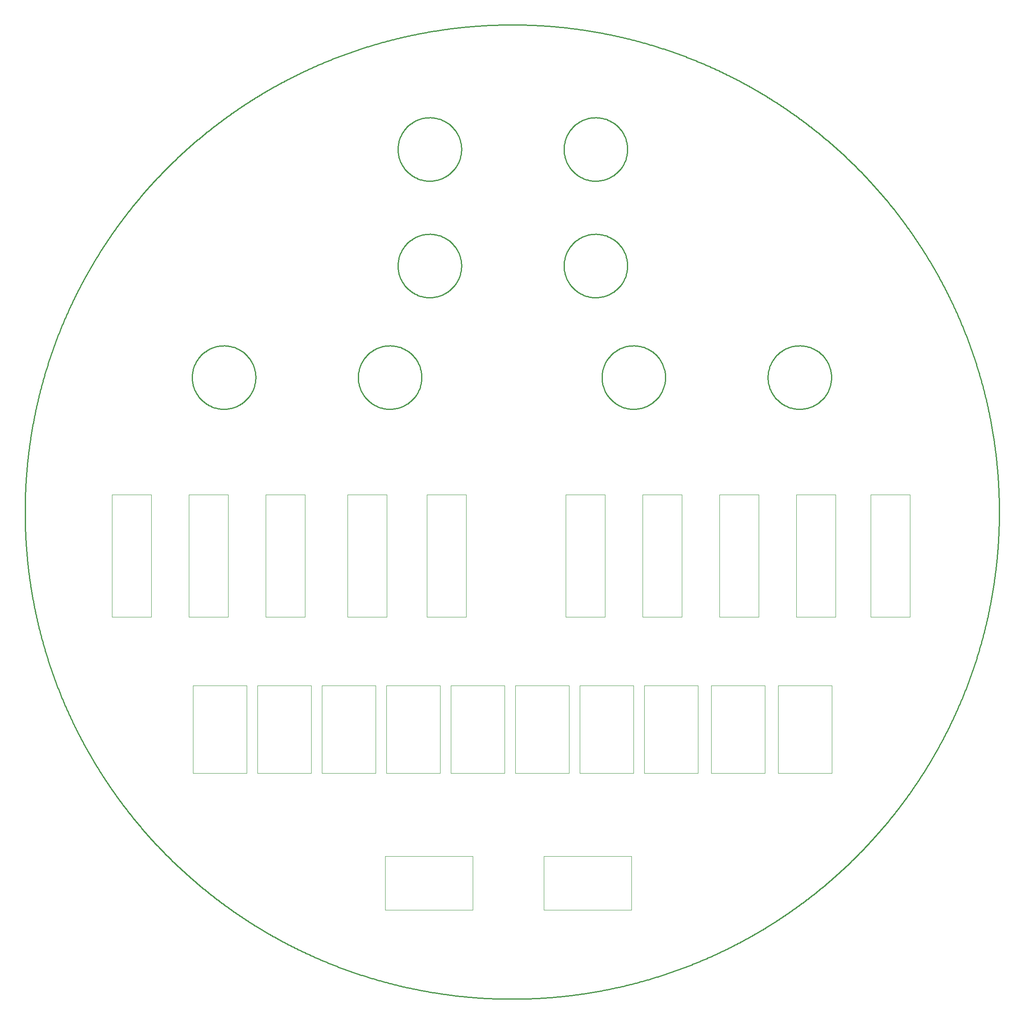
<source format=gko>
%FSLAX44Y44*%
%MOMM*%
G71*
G01*
G75*
G04 Layer_Color=16711935*
%ADD10C,8.0000*%
%ADD11C,3.0000*%
%ADD12C,0.2540*%
%ADD13C,0.0508*%
D12*
X1228320Y1748790D02*
X1228270Y1751326D01*
X1228122Y1753858D01*
X1227875Y1756383D01*
X1227530Y1758896D01*
X1227086Y1761393D01*
X1226546Y1763871D01*
X1225910Y1766327D01*
X1225178Y1768755D01*
X1224352Y1771154D01*
X1223433Y1773518D01*
X1222422Y1775844D01*
X1221321Y1778130D01*
X1220133Y1780370D01*
X1218857Y1782563D01*
X1217497Y1784704D01*
X1216055Y1786790D01*
X1214532Y1788819D01*
X1212931Y1790787D01*
X1211255Y1792690D01*
X1209506Y1794527D01*
X1207686Y1796294D01*
X1205799Y1797989D01*
X1203847Y1799609D01*
X1201833Y1801151D01*
X1199761Y1802614D01*
X1197633Y1803995D01*
X1195453Y1805292D01*
X1193224Y1806503D01*
X1190950Y1807625D01*
X1188633Y1808658D01*
X1186278Y1809601D01*
X1183888Y1810450D01*
X1181467Y1811205D01*
X1179018Y1811866D01*
X1176545Y1812431D01*
X1174052Y1812898D01*
X1171542Y1813268D01*
X1169020Y1813540D01*
X1166490Y1813713D01*
X1163954Y1813787D01*
X1161418Y1813762D01*
X1158884Y1813638D01*
X1156357Y1813416D01*
X1153841Y1813095D01*
X1151340Y1812676D01*
X1148856Y1812160D01*
X1146395Y1811548D01*
X1143959Y1810840D01*
X1141553Y1810037D01*
X1139180Y1809141D01*
X1136843Y1808153D01*
X1134548Y1807075D01*
X1132295Y1805908D01*
X1130090Y1804654D01*
X1127936Y1803315D01*
X1125836Y1801893D01*
X1123792Y1800390D01*
X1121809Y1798809D01*
X1119889Y1797151D01*
X1118036Y1795420D01*
X1116251Y1793617D01*
X1114538Y1791747D01*
X1112899Y1789811D01*
X1111337Y1787812D01*
X1109854Y1785754D01*
X1108452Y1783640D01*
X1107134Y1781473D01*
X1105902Y1779256D01*
X1104757Y1776992D01*
X1103701Y1774686D01*
X1102736Y1772340D01*
X1101864Y1769959D01*
X1101085Y1767545D01*
X1100400Y1765102D01*
X1099812Y1762635D01*
X1099320Y1760147D01*
X1098925Y1757641D01*
X1098629Y1755122D01*
X1098431Y1752593D01*
X1098332Y1750058D01*
Y1747522D01*
X1098431Y1744987D01*
X1098629Y1742458D01*
X1098925Y1739939D01*
X1099320Y1737434D01*
X1099811Y1734945D01*
X1100400Y1732478D01*
X1101084Y1730036D01*
X1101863Y1727622D01*
X1102736Y1725240D01*
X1103701Y1722894D01*
X1104757Y1720588D01*
X1105902Y1718324D01*
X1107134Y1716107D01*
X1108452Y1713940D01*
X1109854Y1711826D01*
X1111337Y1709768D01*
X1112899Y1707769D01*
X1114538Y1705833D01*
X1116251Y1703963D01*
X1118035Y1702160D01*
X1119889Y1700429D01*
X1121809Y1698772D01*
X1123792Y1697190D01*
X1125836Y1695687D01*
X1127936Y1694265D01*
X1130090Y1692926D01*
X1132295Y1691672D01*
X1134547Y1690505D01*
X1136843Y1689427D01*
X1139180Y1688439D01*
X1141553Y1687543D01*
X1143959Y1686741D01*
X1146395Y1686032D01*
X1148856Y1685420D01*
X1151339Y1684904D01*
X1153841Y1684485D01*
X1156357Y1684164D01*
X1158884Y1683941D01*
X1161417Y1683818D01*
X1163954Y1683793D01*
X1166489Y1683867D01*
X1169020Y1684040D01*
X1171542Y1684312D01*
X1174051Y1684682D01*
X1176544Y1685150D01*
X1179017Y1685714D01*
X1181466Y1686374D01*
X1183888Y1687130D01*
X1186278Y1687979D01*
X1188633Y1688921D01*
X1190949Y1689955D01*
X1193224Y1691077D01*
X1195453Y1692288D01*
X1197633Y1693585D01*
X1199761Y1694966D01*
X1201833Y1696428D01*
X1203847Y1697971D01*
X1205798Y1699591D01*
X1207686Y1701286D01*
X1209505Y1703053D01*
X1211255Y1704889D01*
X1212931Y1706793D01*
X1214532Y1708761D01*
X1216055Y1710789D01*
X1217497Y1712876D01*
X1218857Y1715017D01*
X1220133Y1717209D01*
X1221321Y1719450D01*
X1222422Y1721735D01*
X1223432Y1724062D01*
X1224352Y1726426D01*
X1225178Y1728824D01*
X1225910Y1731253D01*
X1226546Y1733708D01*
X1227086Y1736187D01*
X1227530Y1738684D01*
X1227875Y1741197D01*
X1228122Y1743721D01*
X1228270Y1746254D01*
X1228320Y1748790D01*
X1568450Y1748790D02*
X1568401Y1751326D01*
X1568252Y1753858D01*
X1568005Y1756383D01*
X1567660Y1758896D01*
X1567216Y1761393D01*
X1566676Y1763871D01*
X1566040Y1766327D01*
X1565308Y1768755D01*
X1564482Y1771154D01*
X1563563Y1773518D01*
X1562552Y1775844D01*
X1561452Y1778130D01*
X1560263Y1780370D01*
X1558987Y1782563D01*
X1557627Y1784704D01*
X1556185Y1786790D01*
X1554662Y1788819D01*
X1553061Y1790787D01*
X1551385Y1792690D01*
X1549636Y1794527D01*
X1547816Y1796294D01*
X1545929Y1797989D01*
X1543977Y1799609D01*
X1541963Y1801151D01*
X1539891Y1802614D01*
X1537763Y1803995D01*
X1535583Y1805292D01*
X1533354Y1806503D01*
X1531080Y1807625D01*
X1528763Y1808658D01*
X1526408Y1809601D01*
X1524018Y1810450D01*
X1521597Y1811205D01*
X1519148Y1811866D01*
X1516675Y1812431D01*
X1514182Y1812898D01*
X1511672Y1813268D01*
X1509150Y1813540D01*
X1506620Y1813713D01*
X1504084Y1813787D01*
X1501548Y1813762D01*
X1499014Y1813638D01*
X1496488Y1813416D01*
X1493971Y1813095D01*
X1491470Y1812676D01*
X1488986Y1812160D01*
X1486525Y1811548D01*
X1484089Y1810840D01*
X1481683Y1810037D01*
X1479310Y1809141D01*
X1476974Y1808153D01*
X1474678Y1807075D01*
X1472426Y1805908D01*
X1470221Y1804654D01*
X1468066Y1803315D01*
X1465966Y1801893D01*
X1463922Y1800390D01*
X1461939Y1798809D01*
X1460020Y1797151D01*
X1458166Y1795420D01*
X1456381Y1793617D01*
X1454668Y1791747D01*
X1453029Y1789811D01*
X1451467Y1787812D01*
X1449984Y1785754D01*
X1448582Y1783640D01*
X1447264Y1781473D01*
X1446032Y1779256D01*
X1444887Y1776992D01*
X1443831Y1774686D01*
X1442866Y1772340D01*
X1441994Y1769959D01*
X1441214Y1767545D01*
X1440530Y1765102D01*
X1439942Y1762635D01*
X1439450Y1760147D01*
X1439055Y1757641D01*
X1438759Y1755122D01*
X1438561Y1752593D01*
X1438462Y1750058D01*
Y1747522D01*
X1438561Y1744987D01*
X1438759Y1742458D01*
X1439055Y1739939D01*
X1439450Y1737434D01*
X1439942Y1734945D01*
X1440530Y1732478D01*
X1441214Y1730036D01*
X1441994Y1727622D01*
X1442866Y1725240D01*
X1443831Y1722894D01*
X1444887Y1720588D01*
X1446032Y1718324D01*
X1447264Y1716107D01*
X1448582Y1713940D01*
X1449984Y1711826D01*
X1451467Y1709768D01*
X1453029Y1707769D01*
X1454668Y1705833D01*
X1456381Y1703963D01*
X1458165Y1702160D01*
X1460019Y1700429D01*
X1461939Y1698772D01*
X1463922Y1697190D01*
X1465966Y1695687D01*
X1468066Y1694265D01*
X1470220Y1692926D01*
X1472425Y1691672D01*
X1474677Y1690505D01*
X1476973Y1689427D01*
X1479310Y1688439D01*
X1481683Y1687543D01*
X1484089Y1686741D01*
X1486525Y1686032D01*
X1488986Y1685420D01*
X1491469Y1684904D01*
X1493971Y1684485D01*
X1496487Y1684164D01*
X1499014Y1683941D01*
X1501548Y1683818D01*
X1504084Y1683793D01*
X1506619Y1683867D01*
X1509150Y1684040D01*
X1511672Y1684312D01*
X1514181Y1684682D01*
X1516674Y1685150D01*
X1519147Y1685714D01*
X1521596Y1686374D01*
X1524018Y1687130D01*
X1526408Y1687979D01*
X1528763Y1688921D01*
X1531080Y1689955D01*
X1533354Y1691077D01*
X1535583Y1692288D01*
X1537763Y1693585D01*
X1539891Y1694966D01*
X1541963Y1696428D01*
X1543977Y1697971D01*
X1545928Y1699591D01*
X1547816Y1701286D01*
X1549635Y1703053D01*
X1551385Y1704889D01*
X1553061Y1706793D01*
X1554662Y1708761D01*
X1556185Y1710789D01*
X1557627Y1712876D01*
X1558987Y1715017D01*
X1560262Y1717209D01*
X1561451Y1719450D01*
X1562552Y1721735D01*
X1563563Y1724062D01*
X1564482Y1726426D01*
X1565308Y1728824D01*
X1566039Y1731253D01*
X1566676Y1733708D01*
X1567216Y1736187D01*
X1567660Y1738684D01*
X1568005Y1741197D01*
X1568252Y1743721D01*
X1568401Y1746254D01*
X1568450Y1748790D01*
Y1987550D02*
X1568401Y1990086D01*
X1568252Y1992618D01*
X1568005Y1995143D01*
X1567660Y1997656D01*
X1567216Y2000153D01*
X1566676Y2002631D01*
X1566040Y2005087D01*
X1565308Y2007515D01*
X1564482Y2009914D01*
X1563563Y2012278D01*
X1562552Y2014604D01*
X1561452Y2016890D01*
X1560263Y2019130D01*
X1558987Y2021323D01*
X1557627Y2023464D01*
X1556185Y2025551D01*
X1554662Y2027579D01*
X1553061Y2029547D01*
X1551385Y2031450D01*
X1549636Y2033287D01*
X1547816Y2035054D01*
X1545929Y2036749D01*
X1543977Y2038369D01*
X1541963Y2039911D01*
X1539891Y2041374D01*
X1537763Y2042755D01*
X1535583Y2044052D01*
X1533354Y2045262D01*
X1531080Y2046385D01*
X1528763Y2047419D01*
X1526408Y2048361D01*
X1524018Y2049210D01*
X1521597Y2049966D01*
X1519148Y2050626D01*
X1516675Y2051190D01*
X1514182Y2051658D01*
X1511672Y2052028D01*
X1509150Y2052300D01*
X1506620Y2052473D01*
X1504084Y2052547D01*
X1501548Y2052522D01*
X1499014Y2052399D01*
X1496488Y2052176D01*
X1493971Y2051855D01*
X1491470Y2051436D01*
X1488986Y2050920D01*
X1486525Y2050308D01*
X1484089Y2049600D01*
X1481683Y2048797D01*
X1479310Y2047901D01*
X1476974Y2046913D01*
X1474678Y2045835D01*
X1472426Y2044668D01*
X1470221Y2043414D01*
X1468066Y2042075D01*
X1465966Y2040653D01*
X1463922Y2039150D01*
X1461939Y2037569D01*
X1460020Y2035911D01*
X1458166Y2034180D01*
X1456381Y2032377D01*
X1454668Y2030507D01*
X1453029Y2028571D01*
X1451467Y2026572D01*
X1449984Y2024514D01*
X1448582Y2022400D01*
X1447264Y2020233D01*
X1446032Y2018016D01*
X1444887Y2015753D01*
X1443831Y2013446D01*
X1442866Y2011100D01*
X1441994Y2008719D01*
X1441214Y2006305D01*
X1440530Y2003862D01*
X1439942Y2001395D01*
X1439450Y1998907D01*
X1439055Y1996401D01*
X1438759Y1993882D01*
X1438561Y1991353D01*
X1438462Y1988818D01*
Y1986282D01*
X1438561Y1983747D01*
X1438759Y1981219D01*
X1439055Y1978699D01*
X1439450Y1976194D01*
X1439942Y1973705D01*
X1440530Y1971238D01*
X1441214Y1968795D01*
X1441994Y1966382D01*
X1442866Y1964000D01*
X1443831Y1961654D01*
X1444887Y1959348D01*
X1446032Y1957084D01*
X1447264Y1954867D01*
X1448582Y1952700D01*
X1449984Y1950586D01*
X1451467Y1948528D01*
X1453029Y1946529D01*
X1454668Y1944593D01*
X1456381Y1942723D01*
X1458165Y1940921D01*
X1460019Y1939189D01*
X1461939Y1937531D01*
X1463922Y1935950D01*
X1465966Y1934447D01*
X1468066Y1933025D01*
X1470220Y1931686D01*
X1472425Y1930432D01*
X1474677Y1929265D01*
X1476973Y1928187D01*
X1479310Y1927199D01*
X1481683Y1926303D01*
X1484089Y1925500D01*
X1486525Y1924792D01*
X1488986Y1924180D01*
X1491469Y1923664D01*
X1493971Y1923245D01*
X1496487Y1922924D01*
X1499014Y1922702D01*
X1501548Y1922578D01*
X1504084Y1922553D01*
X1506619Y1922627D01*
X1509150Y1922800D01*
X1511672Y1923072D01*
X1514181Y1923442D01*
X1516674Y1923909D01*
X1519147Y1924474D01*
X1521596Y1925134D01*
X1524018Y1925890D01*
X1526408Y1926739D01*
X1528763Y1927681D01*
X1531080Y1928715D01*
X1533354Y1929837D01*
X1535583Y1931048D01*
X1537763Y1932345D01*
X1539891Y1933725D01*
X1541963Y1935188D01*
X1543977Y1936731D01*
X1545928Y1938351D01*
X1547816Y1940045D01*
X1549635Y1941813D01*
X1551385Y1943649D01*
X1553061Y1945553D01*
X1554662Y1947521D01*
X1556185Y1949549D01*
X1557627Y1951636D01*
X1558987Y1953777D01*
X1560262Y1955969D01*
X1561451Y1958210D01*
X1562552Y1960495D01*
X1563563Y1962822D01*
X1564482Y1965186D01*
X1565308Y1967584D01*
X1566039Y1970013D01*
X1566676Y1972468D01*
X1567216Y1974947D01*
X1567660Y1977444D01*
X1568005Y1979957D01*
X1568252Y1982482D01*
X1568401Y1985014D01*
X1568450Y1987550D01*
X1228320Y1987550D02*
X1228270Y1990086D01*
X1228122Y1992618D01*
X1227875Y1995143D01*
X1227530Y1997656D01*
X1227086Y2000153D01*
X1226546Y2002631D01*
X1225910Y2005087D01*
X1225178Y2007515D01*
X1224352Y2009914D01*
X1223433Y2012278D01*
X1222422Y2014604D01*
X1221321Y2016890D01*
X1220133Y2019130D01*
X1218857Y2021323D01*
X1217497Y2023464D01*
X1216055Y2025551D01*
X1214532Y2027579D01*
X1212931Y2029547D01*
X1211255Y2031450D01*
X1209506Y2033287D01*
X1207686Y2035054D01*
X1205799Y2036749D01*
X1203847Y2038369D01*
X1201833Y2039911D01*
X1199761Y2041374D01*
X1197633Y2042755D01*
X1195453Y2044052D01*
X1193224Y2045262D01*
X1190950Y2046385D01*
X1188633Y2047419D01*
X1186278Y2048361D01*
X1183888Y2049210D01*
X1181467Y2049966D01*
X1179018Y2050626D01*
X1176545Y2051190D01*
X1174052Y2051658D01*
X1171542Y2052028D01*
X1169020Y2052300D01*
X1166490Y2052473D01*
X1163954Y2052547D01*
X1161418Y2052522D01*
X1158884Y2052399D01*
X1156357Y2052176D01*
X1153841Y2051855D01*
X1151340Y2051436D01*
X1148856Y2050920D01*
X1146395Y2050308D01*
X1143959Y2049600D01*
X1141553Y2048797D01*
X1139180Y2047901D01*
X1136843Y2046913D01*
X1134548Y2045835D01*
X1132295Y2044668D01*
X1130090Y2043414D01*
X1127936Y2042075D01*
X1125836Y2040653D01*
X1123792Y2039150D01*
X1121809Y2037569D01*
X1119889Y2035911D01*
X1118036Y2034180D01*
X1116251Y2032377D01*
X1114538Y2030507D01*
X1112899Y2028571D01*
X1111337Y2026572D01*
X1109854Y2024514D01*
X1108452Y2022400D01*
X1107134Y2020233D01*
X1105902Y2018016D01*
X1104757Y2015753D01*
X1103701Y2013446D01*
X1102736Y2011100D01*
X1101864Y2008719D01*
X1101085Y2006305D01*
X1100400Y2003862D01*
X1099812Y2001395D01*
X1099320Y1998907D01*
X1098925Y1996401D01*
X1098629Y1993882D01*
X1098431Y1991353D01*
X1098332Y1988818D01*
Y1986282D01*
X1098431Y1983747D01*
X1098629Y1981219D01*
X1098925Y1978699D01*
X1099320Y1976194D01*
X1099811Y1973705D01*
X1100400Y1971238D01*
X1101084Y1968795D01*
X1101863Y1966382D01*
X1102736Y1964000D01*
X1103701Y1961654D01*
X1104757Y1959348D01*
X1105902Y1957084D01*
X1107134Y1954867D01*
X1108452Y1952700D01*
X1109854Y1950586D01*
X1111337Y1948528D01*
X1112899Y1946529D01*
X1114538Y1944593D01*
X1116251Y1942723D01*
X1118035Y1940921D01*
X1119889Y1939189D01*
X1121809Y1937531D01*
X1123792Y1935950D01*
X1125836Y1934447D01*
X1127936Y1933025D01*
X1130090Y1931686D01*
X1132295Y1930432D01*
X1134547Y1929265D01*
X1136843Y1928187D01*
X1139180Y1927199D01*
X1141553Y1926303D01*
X1143959Y1925500D01*
X1146395Y1924792D01*
X1148856Y1924180D01*
X1151339Y1923664D01*
X1153841Y1923245D01*
X1156357Y1922924D01*
X1158884Y1922702D01*
X1161417Y1922578D01*
X1163954Y1922553D01*
X1166489Y1922627D01*
X1169020Y1922800D01*
X1171542Y1923072D01*
X1174051Y1923442D01*
X1176544Y1923909D01*
X1179017Y1924474D01*
X1181466Y1925134D01*
X1183888Y1925890D01*
X1186278Y1926739D01*
X1188633Y1927681D01*
X1190949Y1928715D01*
X1193224Y1929837D01*
X1195453Y1931048D01*
X1197633Y1932345D01*
X1199761Y1933725D01*
X1201833Y1935188D01*
X1203847Y1936731D01*
X1205798Y1938351D01*
X1207686Y1940045D01*
X1209505Y1941813D01*
X1211255Y1943649D01*
X1212931Y1945553D01*
X1214532Y1947521D01*
X1216055Y1949549D01*
X1217497Y1951636D01*
X1218857Y1953777D01*
X1220133Y1955969D01*
X1221321Y1958210D01*
X1222422Y1960495D01*
X1223432Y1962822D01*
X1224352Y1965186D01*
X1225178Y1967584D01*
X1225910Y1970013D01*
X1226546Y1972468D01*
X1227086Y1974947D01*
X1227530Y1977444D01*
X1227875Y1979957D01*
X1228122Y1982482D01*
X1228270Y1985014D01*
X1228320Y1987550D01*
X2330200Y1244600D02*
X2330197Y1247140D01*
X2330187Y1249679D01*
X2330171Y1252219D01*
X2330148Y1254759D01*
X2330119Y1257298D01*
X2330084Y1259838D01*
X2330042Y1262377D01*
X2329993Y1264917D01*
X2329938Y1267456D01*
X2329877Y1269995D01*
X2329809Y1272533D01*
X2329735Y1275072D01*
X2329654Y1277611D01*
X2329567Y1280149D01*
X2329473Y1282687D01*
X2329373Y1285225D01*
X2329266Y1287762D01*
X2329153Y1290299D01*
X2329034Y1292836D01*
X2328908Y1295373D01*
X2328775Y1297909D01*
X2328636Y1300445D01*
X2328491Y1302981D01*
X2328339Y1305516D01*
X2328181Y1308051D01*
X2328016Y1310585D01*
X2327845Y1313119D01*
X2327668Y1315653D01*
X2327484Y1318186D01*
X2327293Y1320718D01*
X2327096Y1323250D01*
X2326893Y1325782D01*
X2326683Y1328313D01*
X2326467Y1330844D01*
X2326244Y1333373D01*
X2326015Y1335903D01*
X2325779Y1338432D01*
X2325537Y1340960D01*
X2325289Y1343487D01*
X2325034Y1346014D01*
X2324773Y1348541D01*
X2324505Y1351066D01*
X2324231Y1353591D01*
X2323950Y1356115D01*
X2323663Y1358639D01*
X2323370Y1361161D01*
X2323070Y1363683D01*
X2322764Y1366205D01*
X2322451Y1368725D01*
X2322132Y1371245D01*
X2321806Y1373763D01*
X2321474Y1376281D01*
X2321136Y1378799D01*
X2320791Y1381315D01*
X2320440Y1383830D01*
X2320083Y1386345D01*
X2319719Y1388858D01*
X2319349Y1391371D01*
X2318972Y1393882D01*
X2318589Y1396393D01*
X2318199Y1398903D01*
X2317803Y1401411D01*
X2317401Y1403919D01*
X2316993Y1406426D01*
X2316578Y1408931D01*
X2316156Y1411436D01*
X2315728Y1413939D01*
X2315294Y1416442D01*
X2314854Y1418943D01*
X2314407Y1421443D01*
X2313954Y1423942D01*
X2313494Y1426440D01*
X2313028Y1428937D01*
X2312556Y1431432D01*
X2312077Y1433926D01*
X2311592Y1436419D01*
X2311101Y1438911D01*
X2310603Y1441402D01*
X2310099Y1443891D01*
X2309589Y1446379D01*
X2309072Y1448865D01*
X2308549Y1451351D01*
X2308020Y1453835D01*
X2307484Y1456317D01*
X2306942Y1458799D01*
X2306394Y1461278D01*
X2305840Y1463757D01*
X2305279Y1466234D01*
X2304712Y1468710D01*
X2304138Y1471184D01*
X2303558Y1473656D01*
X2302972Y1476128D01*
X2302380Y1478597D01*
X2301781Y1481065D01*
X2301176Y1483532D01*
X2300565Y1485997D01*
X2299948Y1488461D01*
X2299324Y1490923D01*
X2298694Y1493383D01*
X2298058Y1495842D01*
X2297415Y1498299D01*
X2296767Y1500755D01*
X2296112Y1503208D01*
X2295450Y1505660D01*
X2294783Y1508111D01*
X2294109Y1510560D01*
X2293429Y1513007D01*
X2292743Y1515452D01*
X2292051Y1517896D01*
X2291352Y1520337D01*
X2290647Y1522777D01*
X2289936Y1525215D01*
X2289219Y1527652D01*
X2288496Y1530086D01*
X2287766Y1532519D01*
X2287030Y1534950D01*
X2286288Y1537379D01*
X2285540Y1539806D01*
X2284786Y1542231D01*
X2284025Y1544654D01*
X2283259Y1547075D01*
X2282486Y1549495D01*
X2281707Y1551912D01*
X2280922Y1554327D01*
X2280130Y1556741D01*
X2279333Y1559152D01*
X2278530Y1561561D01*
X2277720Y1563968D01*
X2276904Y1566373D01*
X2276082Y1568777D01*
X2275254Y1571178D01*
X2274420Y1573576D01*
X2273580Y1575973D01*
X2272733Y1578368D01*
X2271881Y1580760D01*
X2271023Y1583150D01*
X2270158Y1585538D01*
X2269287Y1587924D01*
X2268411Y1590308D01*
X2267528Y1592689D01*
X2266639Y1595068D01*
X2265744Y1597445D01*
X2264843Y1599819D01*
X2263936Y1602192D01*
X2263023Y1604562D01*
X2262104Y1606929D01*
X2261179Y1609295D01*
X2260248Y1611658D01*
X2259311Y1614018D01*
X2258368Y1616376D01*
X2257419Y1618732D01*
X2256463Y1621085D01*
X2255502Y1623436D01*
X2254535Y1625784D01*
X2253562Y1628130D01*
X2252583Y1630474D01*
X2251598Y1632815D01*
X2250607Y1635153D01*
X2249611Y1637489D01*
X2248608Y1639823D01*
X2247599Y1642153D01*
X2246584Y1644482D01*
X2245564Y1646807D01*
X2244537Y1649130D01*
X2243505Y1651451D01*
X2242467Y1653768D01*
X2241422Y1656084D01*
X2240372Y1658396D01*
X2239316Y1660706D01*
X2238255Y1663013D01*
X2237187Y1665317D01*
X2236113Y1667619D01*
X2235034Y1669918D01*
X2233949Y1672214D01*
X2232857Y1674507D01*
X2231760Y1676798D01*
X2230658Y1679086D01*
X2229549Y1681371D01*
X2228435Y1683653D01*
X2227314Y1685932D01*
X2226188Y1688209D01*
X2225057Y1690482D01*
X2223919Y1692753D01*
X2222776Y1695021D01*
X2221626Y1697286D01*
X2220472Y1699548D01*
X2219311Y1701807D01*
X2218145Y1704063D01*
X2216973Y1706316D01*
X2215795Y1708566D01*
X2214611Y1710813D01*
X2213422Y1713057D01*
X2212227Y1715298D01*
X2211026Y1717536D01*
X2209820Y1719771D01*
X2208608Y1722003D01*
X2207390Y1724232D01*
X2206167Y1726457D01*
X2204937Y1728680D01*
X2203703Y1730899D01*
X2202462Y1733116D01*
X2201216Y1735329D01*
X2199965Y1737538D01*
X2198707Y1739745D01*
X2197445Y1741949D01*
X2196176Y1744149D01*
X2194902Y1746346D01*
X2193622Y1748540D01*
X2192337Y1750730D01*
X2191046Y1752917D01*
X2189750Y1755101D01*
X2188448Y1757282D01*
X2187141Y1759459D01*
X2185828Y1761633D01*
X2184509Y1763804D01*
X2183185Y1765971D01*
X2181856Y1768135D01*
X2180521Y1770296D01*
X2179180Y1772453D01*
X2177834Y1774607D01*
X2176483Y1776757D01*
X2175125Y1778904D01*
X2173763Y1781047D01*
X2172395Y1783187D01*
X2171022Y1785323D01*
X2169643Y1787456D01*
X2168259Y1789586D01*
X2166869Y1791712D01*
X2165474Y1793834D01*
X2164074Y1795953D01*
X2162668Y1798068D01*
X2161257Y1800180D01*
X2159840Y1802288D01*
X2158418Y1804392D01*
X2156991Y1806493D01*
X2155558Y1808590D01*
X2154121Y1810684D01*
X2152677Y1812773D01*
X2151229Y1814859D01*
X2149775Y1816942D01*
X2148316Y1819021D01*
X2146851Y1821096D01*
X2145381Y1823167D01*
X2143907Y1825235D01*
X2142426Y1827298D01*
X2140941Y1829358D01*
X2139450Y1831415D01*
X2137954Y1833467D01*
X2136453Y1835516D01*
X2134946Y1837560D01*
X2133435Y1839601D01*
X2131918Y1841638D01*
X2130396Y1843672D01*
X2128869Y1845701D01*
X2127337Y1847726D01*
X2125799Y1849748D01*
X2124257Y1851766D01*
X2122709Y1853779D01*
X2121156Y1855789D01*
X2119598Y1857795D01*
X2118035Y1859797D01*
X2116467Y1861795D01*
X2114894Y1863788D01*
X2113316Y1865778D01*
X2111732Y1867764D01*
X2110144Y1869746D01*
X2108550Y1871724D01*
X2106952Y1873697D01*
X2105349Y1875667D01*
X2103740Y1877632D01*
X2102127Y1879594D01*
X2100508Y1881551D01*
X2098885Y1883504D01*
X2097256Y1885453D01*
X2095623Y1887398D01*
X2093985Y1889339D01*
X2092341Y1891275D01*
X2090693Y1893208D01*
X2089040Y1895136D01*
X2087382Y1897060D01*
X2085719Y1898979D01*
X2084052Y1900895D01*
X2082379Y1902806D01*
X2080702Y1904713D01*
X2079019Y1906616D01*
X2077332Y1908514D01*
X2075640Y1910408D01*
X2073943Y1912298D01*
X2072242Y1914184D01*
X2070535Y1916065D01*
X2068824Y1917941D01*
X2067108Y1919814D01*
X2065388Y1921682D01*
X2063662Y1923546D01*
X2061932Y1925405D01*
X2060197Y1927260D01*
X2058457Y1929110D01*
X2056713Y1930956D01*
X2054964Y1932798D01*
X2053210Y1934635D01*
X2051452Y1936467D01*
X2049689Y1938296D01*
X2047921Y1940119D01*
X2046149Y1941938D01*
X2044372Y1943753D01*
X2042591Y1945563D01*
X2040804Y1947369D01*
X2039014Y1949170D01*
X2037218Y1950966D01*
X2035419Y1952758D01*
X2033614Y1954545D01*
X2031805Y1956328D01*
X2029992Y1958106D01*
X2028174Y1959879D01*
X2026351Y1961648D01*
X2024524Y1963413D01*
X2022693Y1965172D01*
X2020856Y1966927D01*
X2019016Y1968677D01*
X2017171Y1970423D01*
X2015322Y1972163D01*
X2013468Y1973900D01*
X2011610Y1975631D01*
X2009747Y1977357D01*
X2007880Y1979079D01*
X2006009Y1980797D01*
X2004133Y1982509D01*
X2002253Y1984216D01*
X2000369Y1985919D01*
X1998480Y1987617D01*
X1996587Y1989310D01*
X1994690Y1990999D01*
X1992788Y1992682D01*
X1990882Y1994361D01*
X1988972Y1996035D01*
X1987058Y1997704D01*
X1985139Y1999368D01*
X1983216Y2001027D01*
X1981289Y2002681D01*
X1979358Y2004331D01*
X1977422Y2005975D01*
X1975483Y2007615D01*
X1973539Y2009249D01*
X1971591Y2010879D01*
X1969639Y2012504D01*
X1967682Y2014123D01*
X1965722Y2015738D01*
X1963758Y2017348D01*
X1961789Y2018952D01*
X1959816Y2020552D01*
X1957840Y2022147D01*
X1955859Y2023736D01*
X1953874Y2025321D01*
X1951885Y2026900D01*
X1949892Y2028475D01*
X1947896Y2030044D01*
X1945895Y2031609D01*
X1943890Y2033168D01*
X1941881Y2034722D01*
X1939868Y2036271D01*
X1937852Y2037815D01*
X1935831Y2039354D01*
X1933807Y2040887D01*
X1931779Y2042416D01*
X1929746Y2043939D01*
X1927710Y2045457D01*
X1925670Y2046970D01*
X1923626Y2048477D01*
X1921579Y2049980D01*
X1919527Y2051477D01*
X1917472Y2052969D01*
X1915413Y2054456D01*
X1913350Y2055938D01*
X1911283Y2057414D01*
X1909213Y2058885D01*
X1907139Y2060351D01*
X1905061Y2061811D01*
X1902979Y2063266D01*
X1900894Y2064716D01*
X1898805Y2066161D01*
X1896713Y2067600D01*
X1894617Y2069034D01*
X1892517Y2070463D01*
X1890413Y2071886D01*
X1888306Y2073304D01*
X1886195Y2074716D01*
X1884081Y2076124D01*
X1881963Y2077525D01*
X1879842Y2078922D01*
X1877717Y2080313D01*
X1875588Y2081698D01*
X1873456Y2083078D01*
X1871320Y2084453D01*
X1869182Y2085822D01*
X1867039Y2087186D01*
X1864893Y2088544D01*
X1862744Y2089897D01*
X1860591Y2091245D01*
X1858434Y2092587D01*
X1856275Y2093923D01*
X1854112Y2095254D01*
X1851945Y2096579D01*
X1849775Y2097899D01*
X1847602Y2099214D01*
X1845426Y2100523D01*
X1843246Y2101826D01*
X1841062Y2103124D01*
X1838876Y2104416D01*
X1836686Y2105703D01*
X1834493Y2106984D01*
X1832297Y2108259D01*
X1830098Y2109529D01*
X1827895Y2110793D01*
X1825689Y2112052D01*
X1823480Y2113305D01*
X1821267Y2114552D01*
X1819052Y2115794D01*
X1816833Y2117030D01*
X1814612Y2118261D01*
X1812387Y2119486D01*
X1810159Y2120705D01*
X1807928Y2121918D01*
X1805693Y2123126D01*
X1803456Y2124328D01*
X1801216Y2125525D01*
X1798972Y2126715D01*
X1796726Y2127900D01*
X1794477Y2129080D01*
X1792224Y2130253D01*
X1789969Y2131421D01*
X1787711Y2132583D01*
X1785450Y2133739D01*
X1783185Y2134890D01*
X1780918Y2136035D01*
X1778648Y2137174D01*
X1776375Y2138307D01*
X1774099Y2139435D01*
X1771821Y2140556D01*
X1769539Y2141672D01*
X1767255Y2142782D01*
X1764968Y2143886D01*
X1762678Y2144985D01*
X1760385Y2146077D01*
X1758090Y2147164D01*
X1755792Y2148245D01*
X1753491Y2149320D01*
X1751187Y2150389D01*
X1748881Y2151452D01*
X1746572Y2152510D01*
X1744260Y2153561D01*
X1741945Y2154607D01*
X1739628Y2155647D01*
X1737309Y2156681D01*
X1734986Y2157709D01*
X1732661Y2158731D01*
X1730334Y2159747D01*
X1728004Y2160757D01*
X1725671Y2161761D01*
X1723336Y2162760D01*
X1720998Y2163752D01*
X1718658Y2164738D01*
X1716315Y2165719D01*
X1713970Y2166693D01*
X1711622Y2167662D01*
X1709272Y2168624D01*
X1706919Y2169581D01*
X1704564Y2170531D01*
X1702206Y2171476D01*
X1699846Y2172415D01*
X1697484Y2173347D01*
X1695119Y2174274D01*
X1692753Y2175194D01*
X1690383Y2176109D01*
X1688011Y2177017D01*
X1685638Y2177920D01*
X1683261Y2178816D01*
X1680883Y2179707D01*
X1678502Y2180591D01*
X1676119Y2181469D01*
X1673734Y2182341D01*
X1671346Y2183207D01*
X1668957Y2184067D01*
X1666565Y2184921D01*
X1664171Y2185769D01*
X1661775Y2186611D01*
X1659376Y2187447D01*
X1656976Y2188276D01*
X1654574Y2189099D01*
X1652169Y2189917D01*
X1649762Y2190728D01*
X1647354Y2191533D01*
X1644943Y2192332D01*
X1642530Y2193125D01*
X1640115Y2193911D01*
X1637699Y2194692D01*
X1635280Y2195466D01*
X1632859Y2196234D01*
X1630436Y2196996D01*
X1628012Y2197752D01*
X1625585Y2198502D01*
X1623157Y2199246D01*
X1620726Y2199983D01*
X1618294Y2200714D01*
X1615860Y2201439D01*
X1613424Y2202158D01*
X1610987Y2202870D01*
X1608547Y2203577D01*
X1606106Y2204277D01*
X1603663Y2204971D01*
X1601218Y2205658D01*
X1598772Y2206340D01*
X1596323Y2207015D01*
X1593873Y2207684D01*
X1591422Y2208347D01*
X1588968Y2209003D01*
X1586513Y2209654D01*
X1584057Y2210298D01*
X1581598Y2210936D01*
X1579138Y2211567D01*
X1576677Y2212193D01*
X1574214Y2212811D01*
X1571749Y2213424D01*
X1569283Y2214031D01*
X1566815Y2214631D01*
X1564346Y2215225D01*
X1561875Y2215812D01*
X1559403Y2216394D01*
X1556929Y2216969D01*
X1554454Y2217537D01*
X1551977Y2218100D01*
X1549499Y2218656D01*
X1547020Y2219206D01*
X1544539Y2219749D01*
X1542056Y2220287D01*
X1539573Y2220818D01*
X1537088Y2221342D01*
X1534602Y2221860D01*
X1532114Y2222372D01*
X1529625Y2222878D01*
X1527135Y2223377D01*
X1524644Y2223870D01*
X1522151Y2224356D01*
X1519657Y2224837D01*
X1517162Y2225311D01*
X1514666Y2225778D01*
X1512168Y2226239D01*
X1509670Y2226694D01*
X1507170Y2227142D01*
X1504669Y2227585D01*
X1502167Y2228020D01*
X1499664Y2228450D01*
X1497160Y2228873D01*
X1494654Y2229289D01*
X1492148Y2229699D01*
X1489641Y2230103D01*
X1487132Y2230501D01*
X1484623Y2230892D01*
X1482112Y2231276D01*
X1479601Y2231655D01*
X1477089Y2232027D01*
X1474576Y2232392D01*
X1472061Y2232751D01*
X1469546Y2233104D01*
X1467030Y2233450D01*
X1464513Y2233790D01*
X1461996Y2234124D01*
X1459477Y2234451D01*
X1456958Y2234772D01*
X1454438Y2235086D01*
X1451917Y2235394D01*
X1449395Y2235695D01*
X1446872Y2235990D01*
X1444349Y2236279D01*
X1441825Y2236561D01*
X1439301Y2236837D01*
X1436775Y2237106D01*
X1434249Y2237369D01*
X1431722Y2237625D01*
X1429195Y2237875D01*
X1426667Y2238119D01*
X1424138Y2238356D01*
X1421609Y2238587D01*
X1419079Y2238811D01*
X1416549Y2239029D01*
X1414018Y2239241D01*
X1411487Y2239445D01*
X1408955Y2239644D01*
X1406422Y2239836D01*
X1403890Y2240022D01*
X1401356Y2240201D01*
X1398822Y2240374D01*
X1396288Y2240540D01*
X1393754Y2240700D01*
X1391219Y2240853D01*
X1388683Y2241000D01*
X1386147Y2241141D01*
X1383611Y2241275D01*
X1381075Y2241402D01*
X1378538Y2241524D01*
X1376001Y2241638D01*
X1373463Y2241747D01*
X1370926Y2241848D01*
X1368388Y2241944D01*
X1365850Y2242033D01*
X1363311Y2242115D01*
X1360773Y2242191D01*
X1358234Y2242260D01*
X1355695Y2242323D01*
X1353156Y2242380D01*
X1350617Y2242430D01*
X1348078Y2242474D01*
X1345538Y2242511D01*
X1342999Y2242542D01*
X1340459Y2242566D01*
X1337919Y2242584D01*
X1335380Y2242595D01*
X1332840Y2242600D01*
X1330300Y2242598D01*
X1327761Y2242590D01*
X1325221Y2242576D01*
X1322681Y2242555D01*
X1320142Y2242527D01*
X1317602Y2242493D01*
X1315063Y2242453D01*
X1312524Y2242406D01*
X1309985Y2242353D01*
X1307446Y2242293D01*
X1304907Y2242227D01*
X1302368Y2242154D01*
X1299830Y2242075D01*
X1297291Y2241989D01*
X1294753Y2241897D01*
X1292216Y2241799D01*
X1289678Y2241694D01*
X1287141Y2241582D01*
X1284604Y2241464D01*
X1282067Y2241340D01*
X1279531Y2241209D01*
X1276995Y2241072D01*
X1274459Y2240928D01*
X1271924Y2240778D01*
X1269389Y2240621D01*
X1266855Y2240458D01*
X1264321Y2240289D01*
X1261787Y2240113D01*
X1259254Y2239931D01*
X1256721Y2239742D01*
X1254189Y2239546D01*
X1251657Y2239345D01*
X1249126Y2239137D01*
X1246596Y2238922D01*
X1244066Y2238701D01*
X1241536Y2238473D01*
X1239007Y2238239D01*
X1236479Y2237999D01*
X1233951Y2237752D01*
X1231424Y2237499D01*
X1228898Y2237239D01*
X1226372Y2236973D01*
X1223847Y2236701D01*
X1221323Y2236422D01*
X1218799Y2236136D01*
X1216276Y2235845D01*
X1213754Y2235546D01*
X1211233Y2235242D01*
X1208712Y2234931D01*
X1206192Y2234613D01*
X1203674Y2234289D01*
X1201155Y2233959D01*
X1198638Y2233622D01*
X1196122Y2233279D01*
X1193606Y2232930D01*
X1191092Y2232574D01*
X1188578Y2232212D01*
X1186065Y2231843D01*
X1183553Y2231468D01*
X1181042Y2231086D01*
X1178532Y2230699D01*
X1176023Y2230304D01*
X1173516Y2229904D01*
X1171009Y2229497D01*
X1168503Y2229083D01*
X1165998Y2228663D01*
X1163494Y2228237D01*
X1160992Y2227805D01*
X1158490Y2227366D01*
X1155990Y2226921D01*
X1153491Y2226469D01*
X1150993Y2226011D01*
X1148496Y2225547D01*
X1146000Y2225076D01*
X1143506Y2224599D01*
X1141012Y2224116D01*
X1138520Y2223626D01*
X1136030Y2223130D01*
X1133540Y2222628D01*
X1131052Y2222119D01*
X1128565Y2221604D01*
X1126079Y2221083D01*
X1123595Y2220555D01*
X1121112Y2220021D01*
X1118631Y2219481D01*
X1116150Y2218934D01*
X1113672Y2218381D01*
X1111194Y2217822D01*
X1108718Y2217256D01*
X1106244Y2216684D01*
X1103771Y2216106D01*
X1101299Y2215522D01*
X1098829Y2214931D01*
X1096361Y2214334D01*
X1093894Y2213731D01*
X1091428Y2213121D01*
X1088964Y2212505D01*
X1086502Y2211883D01*
X1084041Y2211255D01*
X1081582Y2210620D01*
X1079125Y2209979D01*
X1076669Y2209332D01*
X1074215Y2208679D01*
X1071762Y2208019D01*
X1069311Y2207353D01*
X1066862Y2206681D01*
X1064415Y2206003D01*
X1061969Y2205318D01*
X1059525Y2204627D01*
X1057083Y2203930D01*
X1054643Y2203227D01*
X1052204Y2202518D01*
X1049767Y2201802D01*
X1047332Y2201080D01*
X1044899Y2200352D01*
X1042468Y2199618D01*
X1040039Y2198878D01*
X1037611Y2198131D01*
X1035185Y2197378D01*
X1032762Y2196619D01*
X1030340Y2195854D01*
X1027920Y2195083D01*
X1025503Y2194306D01*
X1023087Y2193522D01*
X1020673Y2192732D01*
X1018261Y2191936D01*
X1015852Y2191134D01*
X1013444Y2190326D01*
X1011038Y2189512D01*
X1008635Y2188692D01*
X1006233Y2187865D01*
X1003834Y2187033D01*
X1001437Y2186194D01*
X999042Y2185349D01*
X996648Y2184498D01*
X994258Y2183642D01*
X991869Y2182778D01*
X989483Y2181909D01*
X987099Y2181034D01*
X984717Y2180153D01*
X982337Y2179266D01*
X979960Y2178372D01*
X977585Y2177473D01*
X975212Y2176568D01*
X972841Y2175656D01*
X970473Y2174739D01*
X968107Y2173815D01*
X965744Y2172885D01*
X963383Y2171950D01*
X961024Y2171008D01*
X958668Y2170061D01*
X956314Y2169107D01*
X953962Y2168148D01*
X951613Y2167182D01*
X949267Y2166211D01*
X946923Y2165233D01*
X944581Y2164250D01*
X942242Y2163260D01*
X939906Y2162265D01*
X937572Y2161264D01*
X935240Y2160257D01*
X932911Y2159243D01*
X930585Y2158224D01*
X928261Y2157199D01*
X925940Y2156169D01*
X923622Y2155132D01*
X921306Y2154089D01*
X918993Y2153040D01*
X916683Y2151986D01*
X914375Y2150926D01*
X912070Y2149859D01*
X909768Y2148787D01*
X907468Y2147710D01*
X905171Y2146626D01*
X902877Y2145536D01*
X900586Y2144441D01*
X898297Y2143339D01*
X896012Y2142232D01*
X893729Y2141119D01*
X891449Y2140001D01*
X889172Y2138876D01*
X886897Y2137746D01*
X884626Y2136610D01*
X882357Y2135468D01*
X880092Y2134320D01*
X877829Y2133167D01*
X875569Y2132008D01*
X873313Y2130843D01*
X871059Y2129672D01*
X868808Y2128496D01*
X866560Y2127314D01*
X864315Y2126126D01*
X862073Y2124932D01*
X859835Y2123733D01*
X857599Y2122528D01*
X855366Y2121318D01*
X853137Y2120101D01*
X850910Y2118879D01*
X848687Y2117652D01*
X846467Y2116418D01*
X844250Y2115180D01*
X842036Y2113935D01*
X839826Y2112685D01*
X837618Y2111429D01*
X835414Y2110168D01*
X833213Y2108901D01*
X831015Y2107628D01*
X828820Y2106350D01*
X826629Y2105066D01*
X824441Y2103777D01*
X822256Y2102482D01*
X820075Y2101181D01*
X817896Y2099875D01*
X815722Y2098564D01*
X813550Y2097247D01*
X811382Y2095924D01*
X809217Y2094596D01*
X807056Y2093262D01*
X804898Y2091923D01*
X802743Y2090579D01*
X800592Y2089229D01*
X798445Y2087873D01*
X796300Y2086512D01*
X794160Y2085145D01*
X792022Y2083773D01*
X789889Y2082396D01*
X787758Y2081013D01*
X785632Y2079625D01*
X783509Y2078232D01*
X781389Y2076833D01*
X779273Y2075428D01*
X777160Y2074018D01*
X775051Y2072603D01*
X772946Y2071183D01*
X770844Y2069757D01*
X768746Y2068326D01*
X766652Y2066889D01*
X764561Y2065447D01*
X762474Y2064000D01*
X760391Y2062548D01*
X758311Y2061090D01*
X756235Y2059627D01*
X754163Y2058159D01*
X752095Y2056685D01*
X750030Y2055206D01*
X747969Y2053722D01*
X745912Y2052233D01*
X743859Y2050738D01*
X741809Y2049238D01*
X739763Y2047733D01*
X737721Y2046223D01*
X735683Y2044707D01*
X733649Y2043187D01*
X731619Y2041661D01*
X729593Y2040130D01*
X727570Y2038594D01*
X725552Y2037053D01*
X723537Y2035506D01*
X721526Y2033955D01*
X719519Y2032399D01*
X717516Y2030837D01*
X715518Y2029270D01*
X713523Y2027698D01*
X711532Y2026121D01*
X709545Y2024539D01*
X707562Y2022952D01*
X705583Y2021360D01*
X703608Y2019762D01*
X701638Y2018160D01*
X699671Y2016553D01*
X697709Y2014941D01*
X695750Y2013323D01*
X693796Y2011701D01*
X691846Y2010074D01*
X689900Y2008442D01*
X687958Y2006805D01*
X686020Y2005163D01*
X684087Y2003516D01*
X682158Y2001864D01*
X680232Y2000207D01*
X678312Y1998546D01*
X676395Y1996879D01*
X674483Y1995208D01*
X672575Y1993531D01*
X670671Y1991850D01*
X668771Y1990164D01*
X666876Y1988474D01*
X664985Y1986778D01*
X663098Y1985078D01*
X661216Y1983372D01*
X659338Y1981662D01*
X657465Y1979948D01*
X655595Y1978228D01*
X653730Y1976504D01*
X651870Y1974775D01*
X650014Y1973041D01*
X648163Y1971303D01*
X646315Y1969559D01*
X644473Y1967812D01*
X642634Y1966059D01*
X640800Y1964302D01*
X638971Y1962540D01*
X637146Y1960773D01*
X635326Y1959002D01*
X633510Y1957226D01*
X631699Y1955446D01*
X629892Y1953661D01*
X628090Y1951871D01*
X626292Y1950077D01*
X624499Y1948278D01*
X622710Y1946475D01*
X620927Y1944667D01*
X619147Y1942855D01*
X617373Y1941038D01*
X615602Y1939216D01*
X613837Y1937391D01*
X612076Y1935560D01*
X610320Y1933725D01*
X608569Y1931886D01*
X606822Y1930042D01*
X605080Y1928194D01*
X603343Y1926341D01*
X601610Y1924484D01*
X599882Y1922623D01*
X598159Y1920757D01*
X596441Y1918887D01*
X594727Y1917012D01*
X593018Y1915133D01*
X591314Y1913250D01*
X589615Y1911362D01*
X587920Y1909470D01*
X586231Y1907574D01*
X584546Y1905673D01*
X582866Y1903768D01*
X581191Y1901859D01*
X579521Y1899946D01*
X577855Y1898028D01*
X576195Y1896106D01*
X574539Y1894180D01*
X572889Y1892250D01*
X571243Y1890315D01*
X569602Y1888377D01*
X567966Y1886434D01*
X566335Y1884487D01*
X564709Y1882536D01*
X563088Y1880580D01*
X561472Y1878621D01*
X559861Y1876658D01*
X558255Y1874690D01*
X556654Y1872718D01*
X555058Y1870743D01*
X553467Y1868763D01*
X551881Y1866779D01*
X550300Y1864791D01*
X548725Y1862799D01*
X547154Y1860803D01*
X545588Y1858804D01*
X544028Y1856800D01*
X542472Y1854792D01*
X540922Y1852780D01*
X539377Y1850764D01*
X537837Y1848745D01*
X536302Y1846721D01*
X534772Y1844694D01*
X533247Y1842663D01*
X531728Y1840627D01*
X530214Y1838588D01*
X528705Y1836545D01*
X527201Y1834498D01*
X525702Y1832448D01*
X524209Y1830394D01*
X522720Y1828335D01*
X521238Y1826273D01*
X519760Y1824208D01*
X518288Y1822138D01*
X516820Y1820065D01*
X515359Y1817988D01*
X513902Y1815907D01*
X512451Y1813823D01*
X511005Y1811735D01*
X509564Y1809643D01*
X508129Y1807548D01*
X506699Y1805449D01*
X505274Y1803346D01*
X503855Y1801240D01*
X502441Y1799130D01*
X501032Y1797017D01*
X499629Y1794900D01*
X498231Y1792779D01*
X496839Y1790655D01*
X495452Y1788527D01*
X494071Y1786396D01*
X492694Y1784261D01*
X491324Y1782123D01*
X489958Y1779982D01*
X488599Y1777836D01*
X487244Y1775688D01*
X485896Y1773536D01*
X484552Y1771380D01*
X483214Y1769221D01*
X481882Y1767059D01*
X480555Y1764893D01*
X479234Y1762724D01*
X477918Y1760552D01*
X476608Y1758376D01*
X475303Y1756197D01*
X474004Y1754015D01*
X472710Y1751829D01*
X471422Y1749640D01*
X470140Y1747448D01*
X468863Y1745252D01*
X467591Y1743053D01*
X466326Y1740851D01*
X465065Y1738646D01*
X463811Y1736438D01*
X462562Y1734226D01*
X461319Y1732012D01*
X460081Y1729794D01*
X458849Y1727573D01*
X457623Y1725349D01*
X456402Y1723121D01*
X455187Y1720891D01*
X453978Y1718657D01*
X452775Y1716421D01*
X451577Y1714181D01*
X450384Y1711939D01*
X449198Y1709693D01*
X448017Y1707444D01*
X446842Y1705193D01*
X445673Y1702938D01*
X444509Y1700680D01*
X443352Y1698420D01*
X442200Y1696156D01*
X441053Y1693890D01*
X439913Y1691620D01*
X438778Y1689348D01*
X437649Y1687073D01*
X436526Y1684795D01*
X435409Y1682514D01*
X434297Y1680231D01*
X433191Y1677944D01*
X432091Y1675655D01*
X430997Y1673363D01*
X429909Y1671068D01*
X428826Y1668770D01*
X427750Y1666470D01*
X426679Y1664167D01*
X425615Y1661861D01*
X424556Y1659552D01*
X423502Y1657241D01*
X422455Y1654927D01*
X421414Y1652611D01*
X420378Y1650291D01*
X419349Y1647970D01*
X418326Y1645645D01*
X417308Y1643318D01*
X416296Y1640989D01*
X415290Y1638656D01*
X414290Y1636322D01*
X413296Y1633984D01*
X412308Y1631645D01*
X411326Y1629302D01*
X410350Y1626958D01*
X409380Y1624610D01*
X408416Y1622261D01*
X407458Y1619908D01*
X406506Y1617554D01*
X405560Y1615197D01*
X404620Y1612837D01*
X403686Y1610475D01*
X402757Y1608111D01*
X401835Y1605745D01*
X400919Y1603376D01*
X400009Y1601005D01*
X399105Y1598631D01*
X398207Y1596255D01*
X397315Y1593877D01*
X396429Y1591497D01*
X395550Y1589115D01*
X394676Y1586730D01*
X393808Y1584343D01*
X392947Y1581953D01*
X392091Y1579562D01*
X391242Y1577168D01*
X390398Y1574773D01*
X389561Y1572375D01*
X388730Y1569975D01*
X387905Y1567573D01*
X387086Y1565168D01*
X386274Y1562762D01*
X385467Y1560354D01*
X384666Y1557944D01*
X383872Y1555531D01*
X383084Y1553117D01*
X382302Y1550700D01*
X381526Y1548282D01*
X380756Y1545862D01*
X379992Y1543439D01*
X379235Y1541015D01*
X378484Y1538589D01*
X377739Y1536161D01*
X377000Y1533731D01*
X376267Y1531299D01*
X375541Y1528865D01*
X374820Y1526430D01*
X374106Y1523992D01*
X373398Y1521553D01*
X372696Y1519112D01*
X372001Y1516669D01*
X371312Y1514225D01*
X370629Y1511779D01*
X369952Y1509331D01*
X369281Y1506881D01*
X368617Y1504430D01*
X367959Y1501976D01*
X367307Y1499522D01*
X366661Y1497065D01*
X366022Y1494607D01*
X365389Y1492148D01*
X364762Y1489686D01*
X364141Y1487224D01*
X363527Y1484759D01*
X362919Y1482293D01*
X362317Y1479826D01*
X361722Y1477357D01*
X361132Y1474886D01*
X360550Y1472414D01*
X359973Y1469941D01*
X359403Y1467466D01*
X358839Y1464989D01*
X358281Y1462511D01*
X357729Y1460032D01*
X357184Y1457552D01*
X356646Y1455069D01*
X356113Y1452586D01*
X355587Y1450101D01*
X355067Y1447615D01*
X354554Y1445128D01*
X354046Y1442639D01*
X353546Y1440149D01*
X353051Y1437658D01*
X352563Y1435166D01*
X352081Y1432672D01*
X351606Y1430177D01*
X351137Y1427681D01*
X350674Y1425184D01*
X350218Y1422685D01*
X349767Y1420186D01*
X349324Y1417685D01*
X348886Y1415183D01*
X348456Y1412680D01*
X348031Y1410176D01*
X347613Y1407670D01*
X347201Y1405164D01*
X346796Y1402657D01*
X346396Y1400149D01*
X346004Y1397639D01*
X345617Y1395129D01*
X345238Y1392618D01*
X344864Y1390106D01*
X344497Y1387593D01*
X344136Y1385078D01*
X343782Y1382563D01*
X343434Y1380048D01*
X343093Y1377531D01*
X342757Y1375013D01*
X342429Y1372495D01*
X342107Y1369975D01*
X341791Y1367455D01*
X341481Y1364935D01*
X341178Y1362413D01*
X340882Y1359890D01*
X340591Y1357367D01*
X340308Y1354843D01*
X340030Y1352319D01*
X339759Y1349793D01*
X339495Y1347267D01*
X339237Y1344740D01*
X338985Y1342213D01*
X338740Y1339685D01*
X338501Y1337157D01*
X338269Y1334628D01*
X338043Y1332098D01*
X337823Y1329567D01*
X337611Y1327036D01*
X337404Y1324505D01*
X337204Y1321973D01*
X337010Y1319441D01*
X336823Y1316908D01*
X336642Y1314375D01*
X336468Y1311841D01*
X336300Y1309306D01*
X336138Y1306772D01*
X335983Y1304237D01*
X335835Y1301701D01*
X335693Y1299165D01*
X335557Y1296629D01*
X335428Y1294093D01*
X335305Y1291556D01*
X335189Y1289019D01*
X335079Y1286481D01*
X334976Y1283943D01*
X334879Y1281405D01*
X334789Y1278867D01*
X334705Y1276329D01*
X334627Y1273790D01*
X334556Y1271251D01*
X334491Y1268712D01*
X334433Y1266173D01*
X334381Y1263634D01*
X334336Y1261094D01*
X334298Y1258555D01*
X334265Y1256015D01*
X334240Y1253475D01*
X334220Y1250936D01*
X334207Y1248396D01*
X334201Y1245856D01*
X334201Y1243316D01*
X334207Y1240776D01*
X334220Y1238237D01*
X334240Y1235697D01*
X334266Y1233157D01*
X334298Y1230618D01*
X334337Y1228078D01*
X334382Y1225539D01*
X334434Y1222999D01*
X334492Y1220460D01*
X334557Y1217921D01*
X334628Y1215382D01*
X334705Y1212844D01*
X334789Y1210305D01*
X334880Y1207767D01*
X334977Y1205229D01*
X335080Y1202691D01*
X335190Y1200154D01*
X335307Y1197617D01*
X335429Y1195080D01*
X335559Y1192543D01*
X335694Y1190007D01*
X335836Y1187471D01*
X335985Y1184936D01*
X336140Y1182401D01*
X336302Y1179866D01*
X336470Y1177332D01*
X336644Y1174798D01*
X336825Y1172265D01*
X337012Y1169732D01*
X337206Y1167199D01*
X337406Y1164667D01*
X337613Y1162136D01*
X337826Y1159605D01*
X338045Y1157075D01*
X338271Y1154545D01*
X338504Y1152016D01*
X338743Y1149487D01*
X338988Y1146959D01*
X339240Y1144432D01*
X339498Y1141905D01*
X339762Y1139379D01*
X340033Y1136854D01*
X340311Y1134329D01*
X340594Y1131805D01*
X340885Y1129282D01*
X341181Y1126760D01*
X341485Y1124238D01*
X341794Y1121717D01*
X342110Y1119197D01*
X342432Y1116678D01*
X342761Y1114159D01*
X343096Y1111642D01*
X343438Y1109125D01*
X343786Y1106609D01*
X344140Y1104094D01*
X344501Y1101580D01*
X344868Y1099067D01*
X345242Y1096555D01*
X345622Y1094044D01*
X346008Y1091533D01*
X346401Y1089024D01*
X346800Y1086516D01*
X347205Y1084008D01*
X347617Y1081502D01*
X348036Y1078997D01*
X348460Y1076493D01*
X348891Y1073990D01*
X349329Y1071488D01*
X349772Y1068987D01*
X350222Y1066488D01*
X350679Y1063989D01*
X351142Y1061492D01*
X351611Y1058996D01*
X352086Y1056501D01*
X352568Y1054007D01*
X353056Y1051515D01*
X353551Y1049024D01*
X354052Y1046534D01*
X354559Y1044045D01*
X355073Y1041558D01*
X355593Y1039072D01*
X356119Y1036587D01*
X356651Y1034103D01*
X357190Y1031621D01*
X357735Y1029141D01*
X358287Y1026662D01*
X358845Y1024184D01*
X359409Y1021707D01*
X359979Y1019232D01*
X360556Y1016759D01*
X361139Y1014287D01*
X361728Y1011816D01*
X362324Y1009347D01*
X362925Y1006880D01*
X363534Y1004414D01*
X364148Y1001949D01*
X364769Y999487D01*
X365396Y997026D01*
X366029Y994566D01*
X366668Y992108D01*
X367314Y989651D01*
X367966Y987197D01*
X368624Y984744D01*
X369288Y982292D01*
X369959Y979843D01*
X370636Y977395D01*
X371319Y974948D01*
X372009Y972504D01*
X372704Y970061D01*
X373406Y967620D01*
X374114Y965181D01*
X374828Y962744D01*
X375548Y960308D01*
X376275Y957875D01*
X377008Y955443D01*
X377747Y953013D01*
X378492Y950585D01*
X379243Y948159D01*
X380001Y945734D01*
X380764Y943312D01*
X381534Y940892D01*
X382310Y938473D01*
X383092Y936057D01*
X383881Y933643D01*
X384675Y931230D01*
X385476Y928820D01*
X386282Y926412D01*
X387095Y924005D01*
X387914Y921601D01*
X388739Y919199D01*
X389570Y916799D01*
X390408Y914401D01*
X391251Y912005D01*
X392100Y909612D01*
X392956Y907221D01*
X393818Y904831D01*
X394686Y902444D01*
X395559Y900060D01*
X396439Y897677D01*
X397325Y895297D01*
X398217Y892919D01*
X399115Y890543D01*
X400019Y888169D01*
X400929Y885798D01*
X401845Y883429D01*
X402767Y881063D01*
X403696Y878699D01*
X404630Y876337D01*
X405570Y873978D01*
X406516Y871621D01*
X407468Y869266D01*
X408427Y866914D01*
X409391Y864564D01*
X410361Y862217D01*
X411337Y859872D01*
X412319Y857530D01*
X413307Y855190D01*
X414301Y852853D01*
X415301Y850518D01*
X416307Y848186D01*
X417319Y845856D01*
X418337Y843529D01*
X419360Y841205D01*
X420390Y838883D01*
X421425Y836564D01*
X422467Y834248D01*
X423514Y831934D01*
X424567Y829622D01*
X425626Y827314D01*
X426691Y825008D01*
X427762Y822705D01*
X428838Y820405D01*
X429921Y818107D01*
X431009Y815812D01*
X432103Y813520D01*
X433203Y811231D01*
X434309Y808944D01*
X435421Y806661D01*
X436538Y804380D01*
X437661Y802102D01*
X438790Y799827D01*
X439925Y797555D01*
X441066Y795285D01*
X442212Y793019D01*
X443364Y790756D01*
X444522Y788495D01*
X445686Y786237D01*
X446855Y783983D01*
X448030Y781731D01*
X449211Y779482D01*
X450397Y777237D01*
X451590Y774994D01*
X452788Y772755D01*
X453991Y770518D01*
X455201Y768285D01*
X456416Y766055D01*
X457636Y763827D01*
X458863Y761603D01*
X460095Y759382D01*
X461332Y757164D01*
X462576Y754949D01*
X463825Y752738D01*
X465079Y750530D01*
X466339Y748325D01*
X467605Y746123D01*
X468876Y743924D01*
X470154Y741728D01*
X471436Y739536D01*
X472724Y737347D01*
X474018Y735162D01*
X475317Y732979D01*
X476622Y730800D01*
X477932Y728624D01*
X479248Y726452D01*
X480570Y724283D01*
X481897Y722117D01*
X483229Y719955D01*
X484567Y717796D01*
X485910Y715641D01*
X487259Y713489D01*
X488614Y711340D01*
X489973Y709195D01*
X491339Y707054D01*
X492709Y704915D01*
X494086Y702781D01*
X495467Y700649D01*
X496854Y698522D01*
X498247Y696398D01*
X499644Y694277D01*
X501048Y692160D01*
X502456Y690047D01*
X503870Y687937D01*
X505289Y685831D01*
X506714Y683728D01*
X508144Y681629D01*
X509580Y679534D01*
X511020Y677442D01*
X512466Y675354D01*
X513918Y673270D01*
X515374Y671189D01*
X516836Y669112D01*
X518303Y667039D01*
X519776Y664970D01*
X521254Y662904D01*
X522737Y660842D01*
X524225Y658784D01*
X525718Y656730D01*
X527217Y654679D01*
X528721Y652633D01*
X530230Y650590D01*
X531744Y648551D01*
X533264Y646515D01*
X534789Y644484D01*
X536318Y642457D01*
X537853Y640433D01*
X539394Y638414D01*
X540939Y636398D01*
X542489Y634386D01*
X544045Y632379D01*
X545605Y630375D01*
X547171Y628375D01*
X548742Y626379D01*
X550318Y624387D01*
X551898Y622399D01*
X553484Y620416D01*
X555075Y618436D01*
X556672Y616460D01*
X558273Y614489D01*
X559879Y612521D01*
X561490Y610558D01*
X563106Y608598D01*
X564727Y606643D01*
X566353Y604692D01*
X567984Y602745D01*
X569620Y600802D01*
X571261Y598864D01*
X572907Y596929D01*
X574557Y594999D01*
X576213Y593073D01*
X577873Y591151D01*
X579539Y589234D01*
X581209Y587320D01*
X582884Y585411D01*
X584564Y583506D01*
X586249Y581606D01*
X587939Y579710D01*
X589633Y577818D01*
X591333Y575930D01*
X593037Y574047D01*
X594746Y572168D01*
X596459Y570293D01*
X598178Y568423D01*
X599901Y566557D01*
X601629Y564696D01*
X603362Y562839D01*
X605099Y560986D01*
X606841Y559138D01*
X608588Y557294D01*
X610339Y555455D01*
X612095Y553620D01*
X613856Y551790D01*
X615622Y549964D01*
X617392Y548142D01*
X619167Y546325D01*
X620946Y544513D01*
X622730Y542705D01*
X624519Y540902D01*
X626312Y539103D01*
X628109Y537309D01*
X629912Y535520D01*
X631718Y533735D01*
X633530Y531954D01*
X635346Y530178D01*
X637166Y528407D01*
X638991Y526641D01*
X640820Y524879D01*
X642654Y523122D01*
X644493Y521369D01*
X646335Y519622D01*
X648183Y517878D01*
X650034Y516140D01*
X651890Y514406D01*
X653751Y512677D01*
X655616Y510953D01*
X657485Y509234D01*
X659359Y507519D01*
X661236Y505809D01*
X663119Y504104D01*
X665006Y502403D01*
X666897Y500708D01*
X668792Y499017D01*
X670691Y497331D01*
X672595Y495650D01*
X674503Y493974D01*
X676416Y492303D01*
X678333Y490636D01*
X680253Y488975D01*
X682178Y487318D01*
X684108Y485666D01*
X686041Y484019D01*
X687979Y482377D01*
X689921Y480740D01*
X691867Y479108D01*
X693817Y477481D01*
X695771Y475859D01*
X697730Y474242D01*
X699693Y472630D01*
X701659Y471022D01*
X703630Y469420D01*
X705605Y467823D01*
X707583Y466231D01*
X709566Y464644D01*
X711553Y463062D01*
X713544Y461485D01*
X715539Y459913D01*
X717538Y458346D01*
X719541Y456785D01*
X721548Y455228D01*
X723559Y453676D01*
X725574Y452130D01*
X727592Y450589D01*
X729615Y449053D01*
X731642Y447522D01*
X733672Y445996D01*
X735706Y444475D01*
X737745Y442960D01*
X739787Y441450D01*
X741833Y439945D01*
X743882Y438445D01*
X745936Y436950D01*
X747993Y435461D01*
X750054Y433977D01*
X752119Y432498D01*
X754187Y431024D01*
X756260Y429556D01*
X758336Y428093D01*
X760416Y426635D01*
X762499Y425182D01*
X764586Y423735D01*
X766677Y422293D01*
X768772Y420857D01*
X770870Y419426D01*
X772972Y418000D01*
X775077Y416579D01*
X777186Y415164D01*
X779299Y413754D01*
X781415Y412350D01*
X783535Y410951D01*
X785658Y409557D01*
X787785Y408169D01*
X789916Y406786D01*
X792049Y405409D01*
X794187Y404037D01*
X796328Y402671D01*
X798472Y401310D01*
X800620Y399954D01*
X802771Y398604D01*
X804926Y397259D01*
X807084Y395920D01*
X809246Y394587D01*
X811411Y393259D01*
X813579Y391936D01*
X815751Y390619D01*
X817925Y389307D01*
X820104Y388001D01*
X822285Y386701D01*
X824470Y385406D01*
X826659Y384117D01*
X828850Y382833D01*
X831045Y381554D01*
X833243Y380282D01*
X835444Y379015D01*
X837648Y377753D01*
X839856Y376498D01*
X842067Y375248D01*
X844281Y374003D01*
X846498Y372764D01*
X848718Y371531D01*
X850942Y370303D01*
X853168Y369081D01*
X855398Y367865D01*
X857631Y366655D01*
X859867Y365450D01*
X862106Y364250D01*
X864348Y363057D01*
X866593Y361869D01*
X868841Y360687D01*
X871092Y359511D01*
X873345Y358340D01*
X875602Y357175D01*
X877862Y356016D01*
X880125Y354863D01*
X882391Y353715D01*
X884660Y352573D01*
X886931Y351437D01*
X889206Y350307D01*
X891483Y349183D01*
X893763Y348064D01*
X896046Y346951D01*
X898332Y345844D01*
X900621Y344743D01*
X902912Y343647D01*
X905206Y342558D01*
X907503Y341474D01*
X909803Y340396D01*
X912106Y339324D01*
X914411Y338258D01*
X916719Y337197D01*
X919029Y336143D01*
X921343Y335094D01*
X923659Y334052D01*
X925977Y333015D01*
X928298Y331984D01*
X930622Y330959D01*
X932949Y329940D01*
X935278Y328927D01*
X937609Y327920D01*
X939943Y326919D01*
X942280Y325924D01*
X944619Y324934D01*
X946961Y323951D01*
X949305Y322973D01*
X951652Y322002D01*
X954001Y321036D01*
X956353Y320077D01*
X958707Y319123D01*
X961063Y318176D01*
X963422Y317234D01*
X965783Y316299D01*
X968147Y315369D01*
X970513Y314446D01*
X972881Y313528D01*
X975252Y312617D01*
X977625Y311712D01*
X980000Y310812D01*
X982378Y309919D01*
X984758Y309032D01*
X987140Y308151D01*
X989524Y307276D01*
X991911Y306406D01*
X994299Y305543D01*
X996690Y304687D01*
X999083Y303836D01*
X1001479Y302991D01*
X1003876Y302153D01*
X1006275Y301320D01*
X1008677Y300494D01*
X1011081Y299673D01*
X1013487Y298859D01*
X1015894Y298051D01*
X1018304Y297249D01*
X1020716Y296453D01*
X1023130Y295664D01*
X1025546Y294880D01*
X1027964Y294103D01*
X1030384Y293332D01*
X1032806Y292567D01*
X1035230Y291808D01*
X1037655Y291055D01*
X1040083Y290309D01*
X1042513Y289568D01*
X1044944Y288834D01*
X1047377Y288106D01*
X1049812Y287385D01*
X1052249Y286669D01*
X1054688Y285960D01*
X1057129Y285257D01*
X1059571Y284560D01*
X1062015Y283869D01*
X1064461Y283184D01*
X1066909Y282506D01*
X1069358Y281834D01*
X1071809Y281168D01*
X1074262Y280509D01*
X1076716Y279855D01*
X1079172Y279208D01*
X1081630Y278568D01*
X1084089Y277933D01*
X1086550Y277305D01*
X1089012Y276683D01*
X1091476Y276067D01*
X1093942Y275457D01*
X1096409Y274854D01*
X1098878Y274257D01*
X1101348Y273667D01*
X1103820Y273082D01*
X1106293Y272504D01*
X1108767Y271933D01*
X1111244Y271367D01*
X1113721Y270808D01*
X1116200Y270255D01*
X1118680Y269708D01*
X1121162Y269168D01*
X1123645Y268634D01*
X1126130Y268107D01*
X1128615Y267586D01*
X1131102Y267071D01*
X1133591Y266562D01*
X1136080Y266060D01*
X1138571Y265564D01*
X1141064Y265074D01*
X1143557Y264591D01*
X1146052Y264114D01*
X1148548Y263643D01*
X1151044Y263179D01*
X1153543Y262721D01*
X1156042Y262270D01*
X1158543Y261825D01*
X1161044Y261386D01*
X1163547Y260954D01*
X1166051Y260528D01*
X1168556Y260108D01*
X1171062Y259695D01*
X1173569Y259288D01*
X1176077Y258887D01*
X1178586Y258493D01*
X1181096Y258105D01*
X1183607Y257724D01*
X1186119Y257349D01*
X1188632Y256980D01*
X1191146Y256618D01*
X1193661Y256263D01*
X1196176Y255913D01*
X1198693Y255570D01*
X1201210Y255234D01*
X1203728Y254904D01*
X1206248Y254580D01*
X1208768Y254263D01*
X1211288Y253951D01*
X1213810Y253647D01*
X1216332Y253349D01*
X1218855Y253057D01*
X1221379Y252772D01*
X1223903Y252493D01*
X1226429Y252221D01*
X1228954Y251955D01*
X1231481Y251695D01*
X1234008Y251442D01*
X1236536Y251196D01*
X1239064Y250955D01*
X1241593Y250721D01*
X1244123Y250494D01*
X1246653Y250273D01*
X1249184Y250059D01*
X1251715Y249851D01*
X1254247Y249649D01*
X1256779Y249454D01*
X1259312Y249265D01*
X1261845Y249083D01*
X1264379Y248907D01*
X1266913Y248738D01*
X1269448Y248575D01*
X1271983Y248418D01*
X1274518Y248268D01*
X1277054Y248125D01*
X1279590Y247988D01*
X1282127Y247857D01*
X1284664Y247733D01*
X1287201Y247615D01*
X1289738Y247504D01*
X1292276Y247399D01*
X1294814Y247300D01*
X1297352Y247209D01*
X1299890Y247123D01*
X1302429Y247044D01*
X1304967Y246972D01*
X1307507Y246905D01*
X1310046Y246846D01*
X1312585Y246793D01*
X1315124Y246746D01*
X1317664Y246706D01*
X1320203Y246672D01*
X1322743Y246645D01*
X1325283Y246624D01*
X1327823Y246610D01*
X1330362Y246602D01*
X1332902Y246600D01*
X1335442Y246605D01*
X1337982Y246617D01*
X1340522Y246635D01*
X1343061Y246659D01*
X1345601Y246690D01*
X1348141Y246727D01*
X1350680Y246771D01*
X1353219Y246821D01*
X1355759Y246878D01*
X1358297Y246941D01*
X1360836Y247011D01*
X1363375Y247087D01*
X1365914Y247170D01*
X1368452Y247259D01*
X1370990Y247354D01*
X1373528Y247456D01*
X1376065Y247565D01*
X1378602Y247679D01*
X1381139Y247801D01*
X1383676Y247928D01*
X1386212Y248063D01*
X1388748Y248203D01*
X1391284Y248351D01*
X1393819Y248504D01*
X1396354Y248664D01*
X1398888Y248831D01*
X1401422Y249004D01*
X1403955Y249183D01*
X1406488Y249369D01*
X1409021Y249561D01*
X1411553Y249760D01*
X1414084Y249965D01*
X1416615Y250177D01*
X1419146Y250395D01*
X1421676Y250619D01*
X1424205Y250850D01*
X1426734Y251087D01*
X1429262Y251331D01*
X1431789Y251581D01*
X1434316Y251838D01*
X1436842Y252101D01*
X1439368Y252371D01*
X1441893Y252647D01*
X1444417Y252929D01*
X1446940Y253218D01*
X1449463Y253513D01*
X1451985Y253815D01*
X1454506Y254123D01*
X1457026Y254437D01*
X1459545Y254758D01*
X1462064Y255085D01*
X1464582Y255419D01*
X1467099Y255759D01*
X1469615Y256106D01*
X1472130Y256458D01*
X1474644Y256818D01*
X1477158Y257183D01*
X1479670Y257556D01*
X1482182Y257934D01*
X1484692Y258319D01*
X1487202Y258710D01*
X1489710Y259108D01*
X1492218Y259512D01*
X1494724Y259922D01*
X1497229Y260339D01*
X1499734Y260762D01*
X1502237Y261192D01*
X1504739Y261628D01*
X1507240Y262070D01*
X1509740Y262519D01*
X1512239Y262974D01*
X1514736Y263435D01*
X1517233Y263903D01*
X1519728Y264377D01*
X1522222Y264857D01*
X1524715Y265344D01*
X1527206Y265837D01*
X1529696Y266337D01*
X1532185Y266842D01*
X1534673Y267355D01*
X1537159Y267873D01*
X1539644Y268398D01*
X1542128Y268929D01*
X1544610Y269466D01*
X1547091Y270010D01*
X1549571Y270560D01*
X1552049Y271116D01*
X1554526Y271679D01*
X1557001Y272248D01*
X1559475Y272823D01*
X1561947Y273405D01*
X1564418Y273993D01*
X1566887Y274587D01*
X1569355Y275187D01*
X1571822Y275794D01*
X1574286Y276407D01*
X1576750Y277026D01*
X1579211Y277651D01*
X1581671Y278283D01*
X1584129Y278921D01*
X1586586Y279566D01*
X1589041Y280216D01*
X1591495Y280873D01*
X1593947Y281536D01*
X1596397Y282205D01*
X1598845Y282880D01*
X1601292Y283562D01*
X1603737Y284250D01*
X1606180Y284944D01*
X1608621Y285645D01*
X1611061Y286351D01*
X1613498Y287064D01*
X1615934Y287783D01*
X1618368Y288508D01*
X1620801Y289240D01*
X1623231Y289977D01*
X1625659Y290721D01*
X1628086Y291471D01*
X1630511Y292227D01*
X1632934Y292989D01*
X1635354Y293757D01*
X1637773Y294532D01*
X1640190Y295313D01*
X1642605Y296100D01*
X1645018Y296893D01*
X1647428Y297692D01*
X1649837Y298497D01*
X1652244Y299309D01*
X1654649Y300126D01*
X1657051Y300950D01*
X1659452Y301780D01*
X1661850Y302615D01*
X1664246Y303457D01*
X1666640Y304305D01*
X1669032Y305160D01*
X1671422Y306020D01*
X1673809Y306886D01*
X1676195Y307759D01*
X1678578Y308637D01*
X1680959Y309522D01*
X1683337Y310412D01*
X1685713Y311309D01*
X1688087Y312212D01*
X1690459Y313120D01*
X1692828Y314035D01*
X1695195Y314956D01*
X1697560Y315883D01*
X1699922Y316815D01*
X1702282Y317754D01*
X1704640Y318699D01*
X1706995Y319650D01*
X1709348Y320607D01*
X1711698Y321570D01*
X1714046Y322538D01*
X1716391Y323513D01*
X1718734Y324494D01*
X1721074Y325480D01*
X1723412Y326473D01*
X1725748Y327472D01*
X1728080Y328476D01*
X1730410Y329487D01*
X1732738Y330503D01*
X1735063Y331525D01*
X1737385Y332553D01*
X1739705Y333588D01*
X1742022Y334628D01*
X1744337Y335673D01*
X1746649Y336725D01*
X1748958Y337783D01*
X1751264Y338847D01*
X1753568Y339916D01*
X1755869Y340991D01*
X1758167Y342072D01*
X1760462Y343159D01*
X1762755Y344252D01*
X1765045Y345351D01*
X1767332Y346455D01*
X1769617Y347565D01*
X1771898Y348682D01*
X1774177Y349804D01*
X1776452Y350931D01*
X1778725Y352065D01*
X1780995Y353204D01*
X1783262Y354349D01*
X1785526Y355500D01*
X1787788Y356656D01*
X1790046Y357819D01*
X1792301Y358987D01*
X1794554Y360160D01*
X1796803Y361340D01*
X1799049Y362525D01*
X1801293Y363716D01*
X1803533Y364913D01*
X1805770Y366115D01*
X1808004Y367323D01*
X1810235Y368537D01*
X1812463Y369756D01*
X1814688Y370981D01*
X1816910Y372212D01*
X1819128Y373448D01*
X1821344Y374691D01*
X1823556Y375938D01*
X1825765Y377191D01*
X1827971Y378450D01*
X1830173Y379715D01*
X1832373Y380985D01*
X1834569Y382261D01*
X1836762Y383542D01*
X1838952Y384829D01*
X1841138Y386121D01*
X1843321Y387419D01*
X1845501Y388723D01*
X1847678Y390032D01*
X1849851Y391346D01*
X1852021Y392667D01*
X1854187Y393992D01*
X1856350Y395323D01*
X1858510Y396660D01*
X1860666Y398002D01*
X1862819Y399350D01*
X1864968Y400703D01*
X1867114Y402062D01*
X1869256Y403426D01*
X1871395Y404795D01*
X1873531Y406170D01*
X1875663Y407550D01*
X1877791Y408936D01*
X1879916Y410327D01*
X1882038Y411724D01*
X1884155Y413126D01*
X1886270Y414533D01*
X1888380Y415946D01*
X1890487Y417364D01*
X1892591Y418788D01*
X1894691Y420216D01*
X1896787Y421651D01*
X1898879Y423090D01*
X1900968Y424535D01*
X1903053Y425985D01*
X1905135Y427440D01*
X1907213Y428901D01*
X1909286Y430367D01*
X1911357Y431838D01*
X1913423Y433315D01*
X1915486Y434797D01*
X1917545Y436284D01*
X1919600Y437776D01*
X1921652Y439273D01*
X1923699Y440776D01*
X1925743Y442284D01*
X1927783Y443797D01*
X1929819Y445316D01*
X1931851Y446839D01*
X1933879Y448368D01*
X1935904Y449902D01*
X1937924Y451440D01*
X1939941Y452985D01*
X1941953Y454534D01*
X1943962Y456088D01*
X1945967Y457648D01*
X1947968Y459212D01*
X1949964Y460782D01*
X1951957Y462356D01*
X1953946Y463936D01*
X1955930Y465521D01*
X1957911Y467111D01*
X1959888Y468706D01*
X1961860Y470306D01*
X1963829Y471911D01*
X1965793Y473521D01*
X1967753Y475135D01*
X1969710Y476755D01*
X1971662Y478380D01*
X1973610Y480010D01*
X1975553Y481645D01*
X1977493Y483285D01*
X1979428Y484929D01*
X1981360Y486579D01*
X1983286Y488233D01*
X1985209Y489893D01*
X1987128Y491557D01*
X1989042Y493226D01*
X1990952Y494900D01*
X1992858Y496579D01*
X1994760Y498263D01*
X1996657Y499952D01*
X1998550Y501645D01*
X2000438Y503343D01*
X2002323Y505046D01*
X2004202Y506754D01*
X2006078Y508466D01*
X2007949Y510184D01*
X2009816Y511906D01*
X2011678Y513633D01*
X2013537Y515364D01*
X2015390Y517101D01*
X2017239Y518842D01*
X2019084Y520588D01*
X2020925Y522338D01*
X2022760Y524093D01*
X2024592Y525853D01*
X2026419Y527617D01*
X2028241Y529386D01*
X2030059Y531160D01*
X2031872Y532938D01*
X2033681Y534721D01*
X2035486Y536509D01*
X2037285Y538301D01*
X2039081Y540097D01*
X2040871Y541899D01*
X2042657Y543704D01*
X2044438Y545515D01*
X2046215Y547329D01*
X2047988Y549149D01*
X2049755Y550973D01*
X2051518Y552801D01*
X2053276Y554634D01*
X2055030Y556471D01*
X2056779Y558313D01*
X2058523Y560159D01*
X2060262Y562010D01*
X2061997Y563865D01*
X2063727Y565724D01*
X2065453Y567588D01*
X2067173Y569456D01*
X2068889Y571329D01*
X2070600Y573206D01*
X2072306Y575088D01*
X2074008Y576973D01*
X2075704Y578863D01*
X2077396Y580757D01*
X2079083Y582656D01*
X2080765Y584559D01*
X2082442Y586466D01*
X2084115Y588378D01*
X2085783Y590293D01*
X2087445Y592213D01*
X2089103Y594137D01*
X2090756Y596066D01*
X2092404Y597998D01*
X2094047Y599935D01*
X2095685Y601876D01*
X2097319Y603821D01*
X2098947Y605770D01*
X2100570Y607724D01*
X2102188Y609681D01*
X2103802Y611643D01*
X2105410Y613609D01*
X2107013Y615578D01*
X2108612Y617552D01*
X2110205Y619530D01*
X2111793Y621512D01*
X2113376Y623498D01*
X2114954Y625488D01*
X2116528Y627482D01*
X2118095Y629480D01*
X2119658Y631482D01*
X2121216Y633488D01*
X2122769Y635498D01*
X2124316Y637512D01*
X2125859Y639530D01*
X2127396Y641552D01*
X2128928Y643577D01*
X2130455Y645607D01*
X2131977Y647640D01*
X2133493Y649678D01*
X2135005Y651719D01*
X2136511Y653764D01*
X2138012Y655813D01*
X2139508Y657865D01*
X2140999Y659922D01*
X2142484Y661982D01*
X2143964Y664046D01*
X2145439Y666114D01*
X2146908Y668185D01*
X2148373Y670260D01*
X2149832Y672339D01*
X2151285Y674422D01*
X2152734Y676508D01*
X2154177Y678598D01*
X2155615Y680692D01*
X2157047Y682789D01*
X2158474Y684890D01*
X2159896Y686995D01*
X2161312Y689103D01*
X2162723Y691215D01*
X2164129Y693330D01*
X2165529Y695449D01*
X2166924Y697572D01*
X2168313Y699698D01*
X2169698Y701827D01*
X2171076Y703961D01*
X2172449Y706097D01*
X2173817Y708237D01*
X2175179Y710381D01*
X2176536Y712528D01*
X2177887Y714678D01*
X2179233Y716832D01*
X2180574Y718990D01*
X2181909Y721150D01*
X2183238Y723315D01*
X2184562Y725482D01*
X2185880Y727653D01*
X2187193Y729827D01*
X2188500Y732005D01*
X2189802Y734186D01*
X2191098Y736370D01*
X2192389Y738557D01*
X2193674Y740748D01*
X2194953Y742942D01*
X2196227Y745139D01*
X2197496Y747340D01*
X2198758Y749544D01*
X2200015Y751750D01*
X2201267Y753960D01*
X2202513Y756174D01*
X2203753Y758390D01*
X2204987Y760610D01*
X2206216Y762833D01*
X2207439Y765058D01*
X2208657Y767287D01*
X2209869Y769519D01*
X2211075Y771755D01*
X2212276Y773993D01*
X2213470Y776234D01*
X2214659Y778478D01*
X2215843Y780726D01*
X2217020Y782976D01*
X2218192Y785229D01*
X2219359Y787485D01*
X2220519Y789745D01*
X2221674Y792007D01*
X2222823Y794272D01*
X2223966Y796540D01*
X2225103Y798811D01*
X2226235Y801085D01*
X2227361Y803361D01*
X2228481Y805641D01*
X2229595Y807923D01*
X2230703Y810208D01*
X2231806Y812496D01*
X2232903Y814787D01*
X2233993Y817081D01*
X2235078Y819377D01*
X2236158Y821676D01*
X2237231Y823978D01*
X2238299Y826283D01*
X2239360Y828590D01*
X2240416Y830900D01*
X2241466Y833213D01*
X2242510Y835528D01*
X2243548Y837846D01*
X2244580Y840167D01*
X2245607Y842490D01*
X2246627Y844816D01*
X2247641Y847144D01*
X2248650Y849475D01*
X2249653Y851809D01*
X2250649Y854145D01*
X2251640Y856484D01*
X2252625Y858825D01*
X2253603Y861168D01*
X2254576Y863514D01*
X2255543Y865863D01*
X2256504Y868214D01*
X2257459Y870568D01*
X2258408Y872924D01*
X2259350Y875282D01*
X2260287Y877643D01*
X2261218Y880006D01*
X2262143Y882371D01*
X2263062Y884739D01*
X2263975Y887109D01*
X2264882Y889482D01*
X2265782Y891856D01*
X2266677Y894233D01*
X2267566Y896613D01*
X2268448Y898994D01*
X2269325Y901378D01*
X2270195Y903764D01*
X2271060Y906152D01*
X2271918Y908543D01*
X2272770Y910935D01*
X2273616Y913330D01*
X2274456Y915727D01*
X2275290Y918126D01*
X2276118Y920527D01*
X2276939Y922930D01*
X2277755Y925335D01*
X2278564Y927743D01*
X2279368Y930152D01*
X2280165Y932564D01*
X2280956Y934977D01*
X2281741Y937393D01*
X2282520Y939810D01*
X2283292Y942230D01*
X2284059Y944651D01*
X2284819Y947075D01*
X2285573Y949500D01*
X2286321Y951927D01*
X2287063Y954356D01*
X2287798Y956787D01*
X2288528Y959220D01*
X2289251Y961655D01*
X2289968Y964091D01*
X2290678Y966530D01*
X2291383Y968970D01*
X2292081Y971412D01*
X2292773Y973855D01*
X2293459Y976301D01*
X2294139Y978748D01*
X2294812Y981197D01*
X2295480Y983648D01*
X2296141Y986100D01*
X2296796Y988554D01*
X2297444Y991010D01*
X2298086Y993467D01*
X2298722Y995926D01*
X2299352Y998386D01*
X2299975Y1000848D01*
X2300593Y1003312D01*
X2301203Y1005777D01*
X2301808Y1008244D01*
X2302406Y1010712D01*
X2302999Y1013182D01*
X2303584Y1015654D01*
X2304164Y1018127D01*
X2304737Y1020601D01*
X2305304Y1023076D01*
X2305865Y1025554D01*
X2306419Y1028032D01*
X2306967Y1030512D01*
X2307509Y1032994D01*
X2308044Y1035476D01*
X2308573Y1037961D01*
X2309096Y1040446D01*
X2309612Y1042933D01*
X2310122Y1045421D01*
X2310626Y1047910D01*
X2311123Y1050401D01*
X2311614Y1052893D01*
X2312099Y1055386D01*
X2312577Y1057880D01*
X2313049Y1060376D01*
X2313515Y1062873D01*
X2313974Y1065371D01*
X2314427Y1067870D01*
X2314874Y1070370D01*
X2315314Y1072871D01*
X2315748Y1075374D01*
X2316175Y1077878D01*
X2316597Y1080382D01*
X2317011Y1082888D01*
X2317420Y1085395D01*
X2317822Y1087903D01*
X2318217Y1090411D01*
X2318606Y1092921D01*
X2318989Y1095432D01*
X2319366Y1097944D01*
X2319736Y1100456D01*
X2320099Y1102970D01*
X2320457Y1105485D01*
X2320807Y1108000D01*
X2321152Y1110517D01*
X2321490Y1113034D01*
X2321821Y1115552D01*
X2322147Y1118071D01*
X2322466Y1120591D01*
X2322778Y1123111D01*
X2323084Y1125632D01*
X2323383Y1128155D01*
X2323676Y1130677D01*
X2323963Y1133201D01*
X2324243Y1135725D01*
X2324517Y1138250D01*
X2324785Y1140776D01*
X2325046Y1143302D01*
X2325300Y1145829D01*
X2325549Y1148357D01*
X2325790Y1150885D01*
X2326026Y1153414D01*
X2326254Y1155944D01*
X2326477Y1158474D01*
X2326693Y1161004D01*
X2326902Y1163536D01*
X2327105Y1166067D01*
X2327302Y1168599D01*
X2327492Y1171132D01*
X2327676Y1173665D01*
X2327853Y1176199D01*
X2328024Y1178733D01*
X2328188Y1181268D01*
X2328346Y1183802D01*
X2328498Y1186338D01*
X2328643Y1188874D01*
X2328782Y1191410D01*
X2328914Y1193946D01*
X2329039Y1196483D01*
X2329159Y1199020D01*
X2329271Y1201557D01*
X2329378Y1204095D01*
X2329478Y1206632D01*
X2329571Y1209171D01*
X2329658Y1211709D01*
X2329738Y1214247D01*
X2329812Y1216786D01*
X2329880Y1219325D01*
X2329941Y1221864D01*
X2329996Y1224403D01*
X2330044Y1226943D01*
X2330085Y1229482D01*
X2330121Y1232022D01*
X2330150Y1234561D01*
X2330172Y1237101D01*
X2330188Y1239641D01*
X2330197Y1242181D01*
X2330200Y1244600D01*
X1146810Y1520190D02*
X1146760Y1522726D01*
X1146612Y1525258D01*
X1146365Y1527783D01*
X1146020Y1530296D01*
X1145576Y1532793D01*
X1145036Y1535271D01*
X1144400Y1537727D01*
X1143668Y1540155D01*
X1142842Y1542554D01*
X1141923Y1544918D01*
X1140912Y1547244D01*
X1139811Y1549530D01*
X1138623Y1551770D01*
X1137347Y1553963D01*
X1135987Y1556104D01*
X1134545Y1558190D01*
X1133022Y1560219D01*
X1131421Y1562187D01*
X1129745Y1564090D01*
X1127996Y1565927D01*
X1126176Y1567694D01*
X1124289Y1569389D01*
X1122337Y1571009D01*
X1120323Y1572552D01*
X1118251Y1574014D01*
X1116123Y1575395D01*
X1113943Y1576692D01*
X1111714Y1577903D01*
X1109440Y1579025D01*
X1107123Y1580058D01*
X1104768Y1581001D01*
X1102378Y1581850D01*
X1099957Y1582605D01*
X1097508Y1583266D01*
X1095035Y1583831D01*
X1092542Y1584298D01*
X1090032Y1584668D01*
X1087510Y1584940D01*
X1084980Y1585113D01*
X1082444Y1585187D01*
X1079908Y1585162D01*
X1077374Y1585038D01*
X1074848Y1584816D01*
X1072331Y1584495D01*
X1069830Y1584076D01*
X1067346Y1583560D01*
X1064885Y1582948D01*
X1062449Y1582240D01*
X1060043Y1581437D01*
X1057670Y1580541D01*
X1055334Y1579553D01*
X1053038Y1578475D01*
X1050786Y1577308D01*
X1048581Y1576054D01*
X1046426Y1574715D01*
X1044326Y1573293D01*
X1042282Y1571790D01*
X1040299Y1570209D01*
X1038380Y1568551D01*
X1036526Y1566820D01*
X1034741Y1565017D01*
X1033028Y1563147D01*
X1031389Y1561211D01*
X1029827Y1559212D01*
X1028344Y1557154D01*
X1026942Y1555040D01*
X1025624Y1552873D01*
X1024392Y1550656D01*
X1023247Y1548392D01*
X1022191Y1546086D01*
X1021226Y1543740D01*
X1020354Y1541359D01*
X1019575Y1538945D01*
X1018890Y1536502D01*
X1018302Y1534035D01*
X1017810Y1531547D01*
X1017415Y1529041D01*
X1017119Y1526522D01*
X1016921Y1523993D01*
X1016822Y1521458D01*
Y1518922D01*
X1016921Y1516387D01*
X1017119Y1513858D01*
X1017415Y1511339D01*
X1017810Y1508834D01*
X1018302Y1506345D01*
X1018890Y1503878D01*
X1019574Y1501436D01*
X1020353Y1499022D01*
X1021226Y1496640D01*
X1022191Y1494294D01*
X1023247Y1491988D01*
X1024392Y1489724D01*
X1025624Y1487507D01*
X1026942Y1485340D01*
X1028344Y1483226D01*
X1029827Y1481168D01*
X1031389Y1479169D01*
X1033027Y1477233D01*
X1034741Y1475363D01*
X1036525Y1473560D01*
X1038379Y1471829D01*
X1040299Y1470172D01*
X1042282Y1468590D01*
X1044326Y1467087D01*
X1046426Y1465665D01*
X1048580Y1464326D01*
X1050785Y1463072D01*
X1053037Y1461905D01*
X1055333Y1460827D01*
X1057670Y1459839D01*
X1060043Y1458943D01*
X1062449Y1458141D01*
X1064884Y1457432D01*
X1067346Y1456820D01*
X1069829Y1456304D01*
X1072331Y1455885D01*
X1074847Y1455564D01*
X1077374Y1455341D01*
X1079908Y1455218D01*
X1082444Y1455193D01*
X1084979Y1455267D01*
X1087510Y1455440D01*
X1090032Y1455712D01*
X1092541Y1456082D01*
X1095034Y1456550D01*
X1097507Y1457114D01*
X1099956Y1457774D01*
X1102378Y1458530D01*
X1104768Y1459379D01*
X1107123Y1460321D01*
X1109439Y1461355D01*
X1111714Y1462477D01*
X1113943Y1463688D01*
X1116123Y1464985D01*
X1118251Y1466366D01*
X1120323Y1467828D01*
X1122337Y1469371D01*
X1124288Y1470991D01*
X1126176Y1472686D01*
X1127995Y1474453D01*
X1129745Y1476289D01*
X1131421Y1478193D01*
X1133022Y1480161D01*
X1134545Y1482189D01*
X1135987Y1484276D01*
X1137347Y1486417D01*
X1138623Y1488609D01*
X1139811Y1490850D01*
X1140912Y1493135D01*
X1141923Y1495462D01*
X1142842Y1497826D01*
X1143668Y1500224D01*
X1144399Y1502653D01*
X1145036Y1505108D01*
X1145576Y1507587D01*
X1146020Y1510084D01*
X1146365Y1512597D01*
X1146612Y1515121D01*
X1146760Y1517654D01*
X1146810Y1520190D01*
X806680Y1520190D02*
X806630Y1522726D01*
X806482Y1525258D01*
X806235Y1527783D01*
X805890Y1530296D01*
X805446Y1532793D01*
X804906Y1535271D01*
X804270Y1537727D01*
X803538Y1540155D01*
X802712Y1542554D01*
X801793Y1544918D01*
X800782Y1547244D01*
X799681Y1549530D01*
X798493Y1551770D01*
X797217Y1553963D01*
X795857Y1556104D01*
X794415Y1558190D01*
X792892Y1560219D01*
X791291Y1562187D01*
X789615Y1564090D01*
X787866Y1565927D01*
X786046Y1567694D01*
X784159Y1569389D01*
X782207Y1571009D01*
X780193Y1572552D01*
X778121Y1574014D01*
X775993Y1575395D01*
X773813Y1576692D01*
X771584Y1577903D01*
X769310Y1579025D01*
X766993Y1580058D01*
X764638Y1581001D01*
X762248Y1581850D01*
X759827Y1582605D01*
X757378Y1583266D01*
X754905Y1583831D01*
X752412Y1584298D01*
X749902Y1584668D01*
X747380Y1584940D01*
X744850Y1585113D01*
X742314Y1585187D01*
X739778Y1585162D01*
X737244Y1585038D01*
X734717Y1584816D01*
X732201Y1584495D01*
X729700Y1584076D01*
X727216Y1583560D01*
X724755Y1582948D01*
X722319Y1582240D01*
X719913Y1581437D01*
X717540Y1580541D01*
X715203Y1579553D01*
X712908Y1578475D01*
X710655Y1577308D01*
X708450Y1576054D01*
X706296Y1574715D01*
X704196Y1573293D01*
X702152Y1571790D01*
X700169Y1570209D01*
X698249Y1568551D01*
X696396Y1566820D01*
X694611Y1565017D01*
X692898Y1563147D01*
X691259Y1561211D01*
X689697Y1559212D01*
X688214Y1557154D01*
X686812Y1555040D01*
X685494Y1552873D01*
X684262Y1550656D01*
X683117Y1548392D01*
X682061Y1546086D01*
X681096Y1543740D01*
X680224Y1541359D01*
X679445Y1538945D01*
X678760Y1536502D01*
X678172Y1534035D01*
X677680Y1531547D01*
X677285Y1529041D01*
X676989Y1526522D01*
X676791Y1523993D01*
X676692Y1521458D01*
Y1518922D01*
X676791Y1516387D01*
X676989Y1513858D01*
X677285Y1511339D01*
X677680Y1508834D01*
X678171Y1506345D01*
X678760Y1503878D01*
X679444Y1501436D01*
X680223Y1499022D01*
X681096Y1496640D01*
X682061Y1494294D01*
X683117Y1491988D01*
X684262Y1489724D01*
X685494Y1487507D01*
X686812Y1485340D01*
X688214Y1483226D01*
X689697Y1481168D01*
X691259Y1479169D01*
X692897Y1477233D01*
X694611Y1475363D01*
X696395Y1473560D01*
X698249Y1471829D01*
X700169Y1470172D01*
X702152Y1468590D01*
X704196Y1467087D01*
X706296Y1465665D01*
X708450Y1464326D01*
X710655Y1463072D01*
X712907Y1461905D01*
X715203Y1460827D01*
X717540Y1459839D01*
X719913Y1458943D01*
X722319Y1458141D01*
X724754Y1457432D01*
X727216Y1456820D01*
X729699Y1456304D01*
X732201Y1455885D01*
X734717Y1455564D01*
X737244Y1455341D01*
X739778Y1455218D01*
X742314Y1455193D01*
X744849Y1455267D01*
X747380Y1455440D01*
X749902Y1455712D01*
X752411Y1456082D01*
X754904Y1456550D01*
X757377Y1457114D01*
X759826Y1457774D01*
X762248Y1458530D01*
X764638Y1459379D01*
X766993Y1460321D01*
X769309Y1461355D01*
X771584Y1462477D01*
X773813Y1463688D01*
X775993Y1464985D01*
X778121Y1466366D01*
X780193Y1467828D01*
X782207Y1469371D01*
X784158Y1470991D01*
X786046Y1472686D01*
X787865Y1474453D01*
X789615Y1476289D01*
X791291Y1478193D01*
X792892Y1480161D01*
X794415Y1482189D01*
X795857Y1484276D01*
X797217Y1486417D01*
X798493Y1488609D01*
X799681Y1490850D01*
X800782Y1493135D01*
X801793Y1495462D01*
X802712Y1497826D01*
X803538Y1500224D01*
X804269Y1502653D01*
X804906Y1505108D01*
X805446Y1507587D01*
X805890Y1510084D01*
X806235Y1512597D01*
X806482Y1515121D01*
X806630Y1517654D01*
X806680Y1520190D01*
X1986280Y1520190D02*
X1986230Y1522726D01*
X1986082Y1525258D01*
X1985835Y1527783D01*
X1985490Y1530296D01*
X1985046Y1532793D01*
X1984506Y1535271D01*
X1983870Y1537727D01*
X1983138Y1540155D01*
X1982312Y1542554D01*
X1981393Y1544918D01*
X1980382Y1547244D01*
X1979281Y1549530D01*
X1978093Y1551770D01*
X1976817Y1553963D01*
X1975457Y1556104D01*
X1974015Y1558190D01*
X1972492Y1560219D01*
X1970891Y1562187D01*
X1969215Y1564090D01*
X1967466Y1565927D01*
X1965646Y1567694D01*
X1963759Y1569389D01*
X1961807Y1571009D01*
X1959793Y1572552D01*
X1957721Y1574014D01*
X1955593Y1575395D01*
X1953413Y1576692D01*
X1951184Y1577903D01*
X1948910Y1579025D01*
X1946593Y1580058D01*
X1944238Y1581001D01*
X1941848Y1581850D01*
X1939427Y1582605D01*
X1936978Y1583266D01*
X1934505Y1583831D01*
X1932012Y1584298D01*
X1929502Y1584668D01*
X1926980Y1584940D01*
X1924450Y1585113D01*
X1921914Y1585187D01*
X1919378Y1585162D01*
X1916844Y1585038D01*
X1914318Y1584816D01*
X1911801Y1584495D01*
X1909300Y1584076D01*
X1906816Y1583560D01*
X1904355Y1582948D01*
X1901919Y1582240D01*
X1899513Y1581437D01*
X1897140Y1580541D01*
X1894804Y1579553D01*
X1892508Y1578475D01*
X1890255Y1577308D01*
X1888051Y1576054D01*
X1885896Y1574715D01*
X1883796Y1573293D01*
X1881752Y1571790D01*
X1879769Y1570209D01*
X1877849Y1568551D01*
X1875996Y1566820D01*
X1874211Y1565017D01*
X1872498Y1563147D01*
X1870859Y1561211D01*
X1869297Y1559212D01*
X1867814Y1557154D01*
X1866412Y1555040D01*
X1865094Y1552873D01*
X1863862Y1550656D01*
X1862717Y1548392D01*
X1861661Y1546086D01*
X1860696Y1543740D01*
X1859824Y1541359D01*
X1859044Y1538945D01*
X1858360Y1536502D01*
X1857772Y1534035D01*
X1857280Y1531547D01*
X1856885Y1529041D01*
X1856589Y1526522D01*
X1856391Y1523993D01*
X1856292Y1521458D01*
Y1518922D01*
X1856391Y1516387D01*
X1856589Y1513858D01*
X1856885Y1511339D01*
X1857280Y1508834D01*
X1857772Y1506345D01*
X1858360Y1503878D01*
X1859044Y1501436D01*
X1859823Y1499022D01*
X1860696Y1496640D01*
X1861661Y1494294D01*
X1862717Y1491988D01*
X1863862Y1489724D01*
X1865094Y1487507D01*
X1866412Y1485340D01*
X1867814Y1483226D01*
X1869297Y1481168D01*
X1870859Y1479169D01*
X1872498Y1477233D01*
X1874211Y1475363D01*
X1875995Y1473560D01*
X1877849Y1471829D01*
X1879769Y1470172D01*
X1881752Y1468590D01*
X1883796Y1467087D01*
X1885896Y1465665D01*
X1888050Y1464326D01*
X1890255Y1463072D01*
X1892507Y1461905D01*
X1894803Y1460827D01*
X1897140Y1459839D01*
X1899513Y1458943D01*
X1901919Y1458141D01*
X1904355Y1457432D01*
X1906816Y1456820D01*
X1909299Y1456304D01*
X1911801Y1455885D01*
X1914317Y1455564D01*
X1916844Y1455341D01*
X1919377Y1455218D01*
X1921914Y1455193D01*
X1924449Y1455267D01*
X1926980Y1455440D01*
X1929502Y1455712D01*
X1932011Y1456082D01*
X1934504Y1456550D01*
X1936977Y1457114D01*
X1939426Y1457774D01*
X1941848Y1458530D01*
X1944238Y1459379D01*
X1946593Y1460321D01*
X1948909Y1461355D01*
X1951184Y1462477D01*
X1953413Y1463688D01*
X1955593Y1464985D01*
X1957721Y1466366D01*
X1959793Y1467828D01*
X1961807Y1469371D01*
X1963759Y1470991D01*
X1965646Y1472686D01*
X1967465Y1474453D01*
X1969215Y1476289D01*
X1970891Y1478193D01*
X1972492Y1480161D01*
X1974015Y1482189D01*
X1975457Y1484276D01*
X1976817Y1486417D01*
X1978092Y1488609D01*
X1979281Y1490850D01*
X1980382Y1493135D01*
X1981393Y1495462D01*
X1982312Y1497826D01*
X1983138Y1500224D01*
X1983869Y1502653D01*
X1984506Y1505108D01*
X1985046Y1507587D01*
X1985490Y1510084D01*
X1985835Y1512597D01*
X1986082Y1515121D01*
X1986230Y1517654D01*
X1986280Y1520190D01*
X1646150Y1520190D02*
X1646100Y1522726D01*
X1645952Y1525258D01*
X1645705Y1527783D01*
X1645360Y1530296D01*
X1644916Y1532793D01*
X1644376Y1535271D01*
X1643740Y1537727D01*
X1643008Y1540155D01*
X1642182Y1542554D01*
X1641263Y1544918D01*
X1640252Y1547244D01*
X1639151Y1549530D01*
X1637963Y1551770D01*
X1636687Y1553963D01*
X1635327Y1556104D01*
X1633885Y1558190D01*
X1632362Y1560219D01*
X1630761Y1562187D01*
X1629085Y1564090D01*
X1627336Y1565927D01*
X1625516Y1567694D01*
X1623629Y1569389D01*
X1621677Y1571009D01*
X1619663Y1572552D01*
X1617591Y1574014D01*
X1615463Y1575395D01*
X1613283Y1576692D01*
X1611054Y1577903D01*
X1608780Y1579025D01*
X1606463Y1580058D01*
X1604108Y1581001D01*
X1601718Y1581850D01*
X1599297Y1582605D01*
X1596848Y1583266D01*
X1594375Y1583831D01*
X1591882Y1584298D01*
X1589372Y1584668D01*
X1586850Y1584940D01*
X1584320Y1585113D01*
X1581784Y1585187D01*
X1579248Y1585162D01*
X1576714Y1585038D01*
X1574187Y1584816D01*
X1571671Y1584495D01*
X1569170Y1584076D01*
X1566686Y1583560D01*
X1564225Y1582948D01*
X1561789Y1582240D01*
X1559383Y1581437D01*
X1557010Y1580541D01*
X1554673Y1579553D01*
X1552378Y1578475D01*
X1550125Y1577308D01*
X1547921Y1576054D01*
X1545766Y1574715D01*
X1543666Y1573293D01*
X1541622Y1571790D01*
X1539639Y1570209D01*
X1537719Y1568551D01*
X1535866Y1566820D01*
X1534081Y1565017D01*
X1532368Y1563147D01*
X1530729Y1561211D01*
X1529167Y1559212D01*
X1527684Y1557154D01*
X1526282Y1555040D01*
X1524964Y1552873D01*
X1523732Y1550656D01*
X1522587Y1548392D01*
X1521531Y1546086D01*
X1520566Y1543740D01*
X1519694Y1541359D01*
X1518914Y1538945D01*
X1518230Y1536502D01*
X1517642Y1534035D01*
X1517150Y1531547D01*
X1516755Y1529041D01*
X1516459Y1526522D01*
X1516261Y1523993D01*
X1516162Y1521458D01*
Y1518922D01*
X1516261Y1516387D01*
X1516459Y1513858D01*
X1516755Y1511339D01*
X1517150Y1508834D01*
X1517641Y1506345D01*
X1518230Y1503878D01*
X1518914Y1501436D01*
X1519693Y1499022D01*
X1520566Y1496640D01*
X1521531Y1494294D01*
X1522587Y1491988D01*
X1523732Y1489724D01*
X1524964Y1487507D01*
X1526282Y1485340D01*
X1527684Y1483226D01*
X1529167Y1481168D01*
X1530729Y1479169D01*
X1532368Y1477233D01*
X1534081Y1475363D01*
X1535865Y1473560D01*
X1537719Y1471829D01*
X1539639Y1470172D01*
X1541622Y1468590D01*
X1543666Y1467087D01*
X1545766Y1465665D01*
X1547920Y1464326D01*
X1550125Y1463072D01*
X1552377Y1461905D01*
X1554673Y1460827D01*
X1557010Y1459839D01*
X1559383Y1458943D01*
X1561789Y1458141D01*
X1564225Y1457432D01*
X1566686Y1456820D01*
X1569169Y1456304D01*
X1571671Y1455885D01*
X1574187Y1455564D01*
X1576714Y1455341D01*
X1579247Y1455218D01*
X1581784Y1455193D01*
X1584319Y1455267D01*
X1586850Y1455440D01*
X1589372Y1455712D01*
X1591881Y1456082D01*
X1594374Y1456550D01*
X1596847Y1457114D01*
X1599296Y1457774D01*
X1601718Y1458530D01*
X1604108Y1459379D01*
X1606463Y1460321D01*
X1608779Y1461355D01*
X1611054Y1462477D01*
X1613283Y1463688D01*
X1615463Y1464985D01*
X1617591Y1466366D01*
X1619663Y1467828D01*
X1621677Y1469371D01*
X1623629Y1470991D01*
X1625516Y1472686D01*
X1627335Y1474453D01*
X1629085Y1476289D01*
X1630761Y1478193D01*
X1632362Y1480161D01*
X1633885Y1482189D01*
X1635327Y1484276D01*
X1636687Y1486417D01*
X1637962Y1488609D01*
X1639151Y1490850D01*
X1640252Y1493135D01*
X1641263Y1495462D01*
X1642182Y1497826D01*
X1643008Y1500224D01*
X1643739Y1502653D01*
X1644376Y1505108D01*
X1644916Y1507587D01*
X1645359Y1510084D01*
X1645705Y1512597D01*
X1645952Y1515121D01*
X1646100Y1517654D01*
X1646150Y1520190D01*
D13*
X810140Y709168D02*
Y888492D01*
Y709168D02*
X920140D01*
X810140Y888492D02*
X920140D01*
Y709168D02*
Y888492D01*
X1448460Y709168D02*
Y888492D01*
X1338460D02*
X1448460D01*
X1338460Y709168D02*
X1448460D01*
X1338460D02*
Y888492D01*
X1206380Y709168D02*
Y888492D01*
Y709168D02*
X1316380D01*
X1206380Y888492D02*
X1316380D01*
Y709168D02*
Y888492D01*
X1184300Y709168D02*
Y888492D01*
X1074300D02*
X1184300D01*
X1074300Y709168D02*
X1184300D01*
X1074300D02*
Y888492D01*
X942220Y709168D02*
Y888492D01*
Y709168D02*
X1052220D01*
X942220Y888492D02*
X1052220D01*
Y709168D02*
Y888492D01*
X788060Y709168D02*
Y888492D01*
X678060D02*
X788060D01*
X678060Y709168D02*
X788060D01*
X678060D02*
Y888492D01*
X1072388Y429140D02*
X1251712D01*
Y539140D01*
X1072388Y429140D02*
Y539140D01*
X1251712D01*
X1986940Y709168D02*
Y888492D01*
X1876940D02*
X1986940D01*
X1876940Y709168D02*
X1986940D01*
X1876940D02*
Y888492D01*
X1397508Y429140D02*
X1576832D01*
Y539140D01*
X1397508Y429140D02*
Y539140D01*
X1576832D01*
X1849780Y709168D02*
Y888492D01*
X1739780D02*
X1849780D01*
X1739780Y709168D02*
X1849780D01*
X1739780D02*
Y888492D01*
X1602620Y709168D02*
Y888492D01*
Y709168D02*
X1712620D01*
X1602620Y888492D02*
X1712620D01*
Y709168D02*
Y888492D01*
X1580540Y709168D02*
Y888492D01*
X1470540D02*
X1580540D01*
X1470540Y709168D02*
X1580540D01*
X1470540D02*
Y888492D01*
X2067052Y1029716D02*
Y1279652D01*
X2147062D01*
Y1029716D02*
Y1279652D01*
X2067052Y1029716D02*
X2147062D01*
X827532D02*
Y1279652D01*
X907542D01*
Y1029716D02*
Y1279652D01*
X827532Y1029716D02*
X907542D01*
X995172D02*
Y1279652D01*
X1075182D01*
Y1029716D02*
Y1279652D01*
X995172Y1029716D02*
X1075182D01*
X1157732D02*
Y1279652D01*
X1237742D01*
Y1029716D02*
Y1279652D01*
X1157732Y1029716D02*
X1237742D01*
X1442212D02*
Y1279652D01*
X1522222D01*
Y1029716D02*
Y1279652D01*
X1442212Y1029716D02*
X1522222D01*
X1599692D02*
Y1279652D01*
X1679702D01*
Y1029716D02*
Y1279652D01*
X1599692Y1029716D02*
X1679702D01*
X1757172D02*
Y1279652D01*
X1837182D01*
Y1029716D02*
Y1279652D01*
X1757172Y1029716D02*
X1837182D01*
X1914652D02*
Y1279652D01*
X1994662D01*
Y1029716D02*
Y1279652D01*
X1914652Y1029716D02*
X1994662D01*
X512572D02*
Y1279652D01*
X592582D01*
Y1029716D02*
Y1279652D01*
X512572Y1029716D02*
X592582D01*
X670052D02*
Y1279652D01*
X750062D01*
Y1029716D02*
Y1279652D01*
X670052Y1029716D02*
X750062D01*
M02*

</source>
